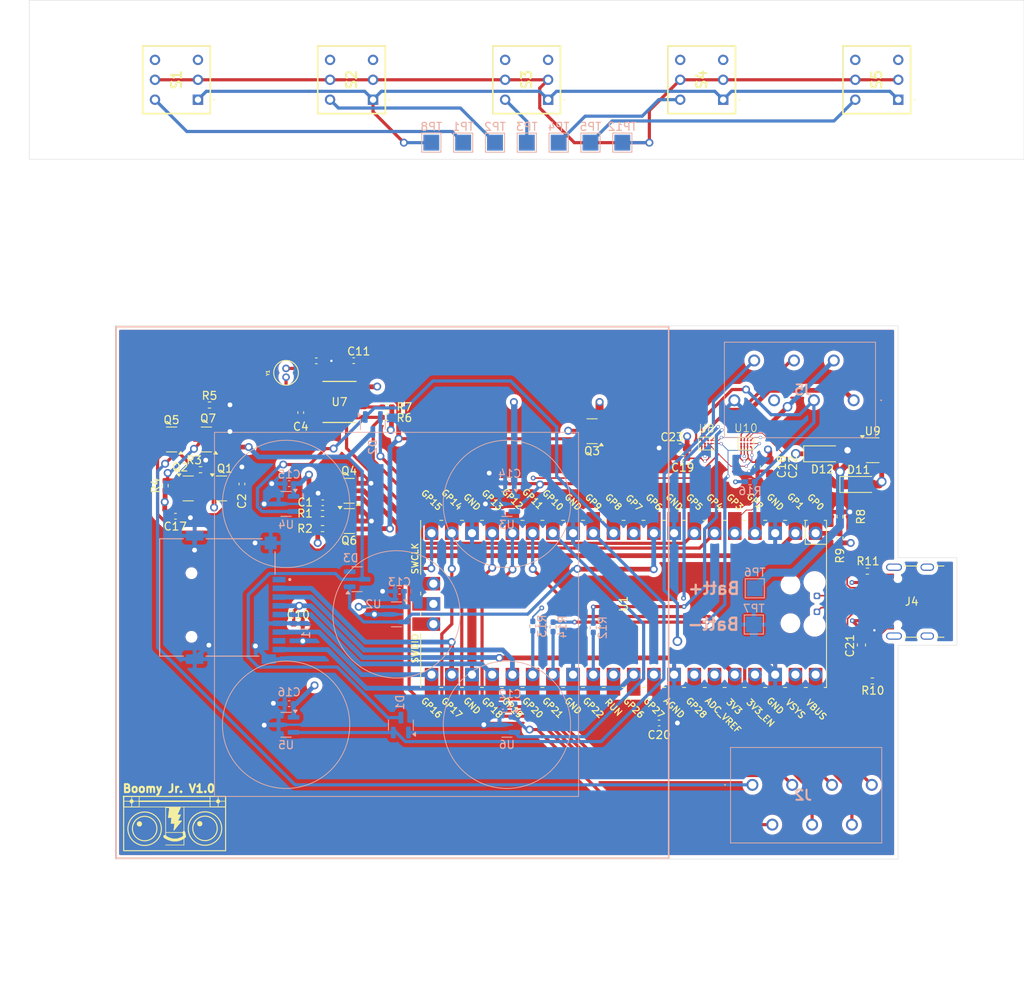
<source format=kicad_pcb>
(kicad_pcb (version 20240108) (generator "pcbnew") (generator_version "8.0")
  (layers (0 "F.Cu" signal) (1 "In1.Cu" signal) (2 "In2.Cu" signal) (31 "B.Cu" signal) (34 "B.Paste" user) (35 "F.Paste" user) (36 "B.SilkS" user "B.Silkscreen") (37 "F.SilkS" user "F.Silkscreen") (38 "B.Mask" user) (39 "F.Mask" user) (44 "Edge.Cuts" user))
  (net 0 "")
  (net 1 "GND")
  (net 2 "/Power/~{POWER_OFF}")
  (net 3 "Net-(Q1-D)")
  (net 4 "Net-(U7-X1)")
  (net 5 "Net-(U7-X2)")
  (net 6 "Net-(J1-VDD)")
  (net 7 "SLP_PWR")
  (net 8 "VCC")
  (net 9 "/Audio/VOL")
  (net 10 "/Power/POWER IN")
  (net 11 "Net-(D1A-K)")
  (net 12 "/Power/MAG_SENSOR4")
  (net 13 "/Power/MAG_SENSOR3")
  (net 14 "/Power/MAG_SENSOR1")
  (net 15 "/Power/MAG_SENSOR2")
  (net 16 "/Power/MAG_SENSOR0")
  (net 18 "Net-(D12-A)")
  (net 19 "Net-(J1-CMD)")
  (net 20 "Net-(J1-DAT0)")
  (net 23 "Net-(J1-DAT3{slash}CD)")
  (net 24 "Net-(J1-CLK)")
  (net 26 "Net-(J4-CC1)")
  (net 27 "/USB_DN")
  (net 28 "Net-(J4-CC2)")
  (net 30 "/USB_DP")
  (net 31 "Net-(Q2-G)")
  (net 32 "/Power/CLOCK_ALARM")
  (net 33 "Net-(U1-GPIO5)")
  (net 34 "Net-(U1-GPIO4)")
  (net 35 "/USB_PWR_DET")
  (net 36 "Net-(U10-DAI0)")
  (net 37 "/Audio/I2S_LRCLK")
  (net 38 "Net-(U10-DAI1)")
  (net 39 "/Audio/I2S_DOUT")
  (net 40 "/Audio/I2S_BCLK")
  (net 41 "Net-(U10-DAI2)")
  (net 42 "/Audio/~{HEADPHONE_DETECT}")
  (net 43 "/Audio/SPEAKER_EN")
  (net 50 "Net-(J1-DET)")
  (net 54 "/Audio/HEADPHONE_EN")
  (net 65 "BTN_PWR")
  (net 66 "Net-(J2-Pin_5)")
  (net 67 "Net-(J2-Pin_6)")
  (net 68 "/Power/BTN_LATCH")
  (net 69 "Net-(J2-Pin_7)")
  (net 70 "Net-(J2-Pin_4)")
  (net 71 "Net-(J2-Pin_3)")
  (net 72 "Net-(S1-NC_2)")
  (net 73 "Net-(S2-NC_2)")
  (net 74 "Net-(S3-NC_2)")
  (net 75 "Net-(S4-NC_2)")
  (net 76 "Net-(S5-NC_2)")
  (net 77 "Net-(J5-Pin_4)")
  (net 78 "Net-(J5-Pin_1)")
  (net 79 "Net-(J5-Pin_2)")
  (net 90 "Net-(S1-NC_1)")
  (footprint "Resistor_SMD:R_0402_1005Metric_Pad0.72x0.64mm_HandSolder" (layer "F.Cu") (at 198.425 111.95)
    (property "Reference" "R10")
    (property "Value" "5.1k" (hide yes))
  )
  (footprint "Capacitor_SMD:C_0402_1005Metric_Pad0.74x0.62mm_HandSolder" (layer "F.Cu") (at 174.58375 83.9675 180)
    (property "Reference" "C19")
    (property "Value" "0.1uF" (hide yes))
  )
  (footprint "Diode_SMD:D_SOD-123" (layer "F.Cu") (at 192.15 83.4)
    (property "Reference" "D12")
    (property "Value" "D_Schottky" (hide yes))
  )
  (footprint "MountingHole:MountingHole_3.2mm_M3" (layer "F.Cu") (at 98.975 36.4)
    (property "Reference" "REF**" (hide yes))
    (property "Value" "MountingHole_3.2mm_M3" (hide yes))
  )
  (footprint "Resistor_SMD:R_0402_1005Metric_Pad0.72x0.64mm_HandSolder" (layer "F.Cu") (at 194.35 91.3 -90)
    (property "Reference" "R8")
    (property "Value" "10k" (hide yes))
  )
  (footprint "Package_TO_SOT_SMD:SOT-23-5" (layer "F.Cu") (at 198.4625 82.95)
    (property "Reference" "U9")
    (property "Value" "MCP73811T-420I-OT" (hide yes))
  )
  (footprint "Capacitor_SMD:C_0402_1005Metric_Pad0.74x0.62mm_HandSolder" (layer "F.Cu") (at 133.25 71.7 180)
    (property "Reference" "C11")
    (property "Value" "0.1uF" (hide yes))
  )
  (footprint "Resistor_SMD:R_0402_1005Metric_Pad0.72x0.64mm_HandSolder" (layer "F.Cu") (at 129.3275 92.8)
    (property "Reference" "R2")
    (property "Value" "3.3M" (hide yes))
  )
  (footprint "Capacitor_SMD:C_0603_1608Metric_Pad1.08x0.95mm_HandSolder" (layer "F.Cu") (at 174.28375 82.6675 180)
    (property "Reference" "C23")
    (property "Value" "10uF" (hide yes))
  )
  (footprint "Capacitor_SMD:C_0402_1005Metric_Pad0.74x0.62mm_HandSolder" (layer "F.Cu") (at 126.5944 78.22 90)
    (property "Reference" "C4")
    (property "Value" "6pF" (hide yes))
  )
  (footprint "boombox:CUI_UJ20-C-H-C-4-SMT-TR" (layer "F.Cu") (at 204.315 101.975 90)
    (property "Reference" "J4")
    (property "Value" "USB_C_Receptacle_USB2.0_16P" (hide yes))
  )
  (footprint "Capacitor_SMD:C_0603_1608Metric_Pad1.08x0.95mm_HandSolder" (layer "F.Cu") (at 185.53375 85.0675 -90)
    (property "Reference" "C22")
    (property "Value" "10uF" (hide yes))
  )
  (footprint "Package_TO_SOT_SMD:SOT-23" (layer "F.Cu") (at 114.7375 81.6 180)
    (property "Reference" "Q7")
    (property "Value" "~" (hide yes))
  )
  (footprint "Package_TO_SOT_SMD:SOT-23" (layer "F.Cu") (at 163.2 80.5625 180)
    (property "Reference" "Q3")
    (property "Value" "~" (hide yes))
  )
  (footprint "Capacitor_SMD:C_0402_1005Metric_Pad0.74x0.62mm_HandSolder" (layer "F.Cu") (at 128.5444 71.72 180)
    (property "Reference" "C3" (hide yes))
    (property "Value" "6pF" (hide yes))
  )
  (footprint "Package_TO_SOT_SMD:SOT-23" (layer "F.Cu") (at 110.3625 81.6 180)
    (property "Reference" "Q5")
    (property "Value" "~" (hide yes))
  )
  (footprint "Resistor_SMD:R_0402_1005Metric_Pad0.72x0.64mm_HandSolder" (layer "F.Cu") (at 113.9975 85.4)
    (property "Reference" "R3")
    (property "Value" "1M" (hide yes))
  )
  (footprint "Resistor_SMD:R_0402_1005Metric_Pad0.72x0.64mm_HandSolder" (layer "F.Cu") (at 129.3275 90.9)
    (property "Reference" "R1")
    (property "Value" "3.3M" (hide yes))
  )
  (footprint "Package_TO_SOT_SMD:SOT-23" (layer "F.Cu") (at 132.6875 91.85)
    (property "Reference" "Q6")
    (property "Value" "~" (hide yes))
  )
  (footprint "MountingHole:MountingHole_3.2mm_M3" (layer "F.Cu") (at 210.975 36.4)
    (property "Reference" "REF**" (hide yes))
    (property "Value" "MountingHole_3.2mm_M3" (hide yes))
  )
  (footprint "boombox:RPi_Pico_SMD_TH" (layer "F.Cu") (at 167.16 102.26 -90)
    (property "Reference" "U1")
    (property "Value" "Pico")
  )
  (footprint "boombox:TL2202OAYA" (layer "F.Cu") (at 132.975 36.4 90)
    (property "Reference" "S2")
    (property "Value" "TL2202OAYA" (hide yes))
  )
  (footprint "Resistor_SMD:R_0402_1005Metric_Pad0.72x0.64mm_HandSolder" (layer "F.Cu") (at 109.55 87.4 90)
    (property "Reference" "R4")
    (property "Value" "1M" (hide yes))
  )
  (footprint "boombox:TL2202OAYA" (layer "F.Cu") (at 154.975 36.4 90)
    (property "Reference" "S3")
    (property "Value" "TL2202OAYA" (hide yes))
  )
  (footprint "Capacitor_SMD:C_0402_1005Metric_Pad0.74x0.62mm_HandSolder" (layer "F.Cu") (at 171.625 117.225)
    (property "Reference" "C20")
    (property "Value" "0.1uF" (hide yes))
  )
  (footprint "Capacitor_SMD:C_0402_1005Metric_Pad0.74x0.62mm_HandSolder" (layer "F.Cu") (at 110.85 91.25)
    (property "Reference" "C17")
    (property "Value" "0.1uF" (hide yes))
  )
  (footprint "boombox:SOIC8-N_MC_MCH" (layer "F.Cu") (at 131.4622 76.885)
    (property "Reference" "U7")
    (property "Value" "MCP7940MT-I/SN" (hide yes))
  )
  (footprint "Capacitor_SMD:C_0402_1005Metric_Pad0.74x0.62mm_HandSolder" (layer "F.Cu") (at 119.2 87.2 90)
    (property "Reference" "C2")
    (property "Value" "1nF" (hide yes))
  )
  (footprint "Capacitor_SMD:C_0402_1005Metric_Pad0.74x0.62mm_HandSolder" (layer "F.Cu") (at 126.275 104.8)
    (property "Reference" "C10")
    (property "Value" "0.1uF" (hide yes))
  )
  (footprint "Package_TO_SOT_SMD:SOT-23" (layer "F.Cu") (at 112.45 87.75)
    (property "Reference" "Q2")
    (property "Value" "~" (hide yes))
  )
  (footprint "Diode_SMD:D_SOD-123" (layer "F.Cu") (at 196.7 87.25)
    (property "Reference" "D11" (hide yes))
    (property "Value" "D_Schottky" (hide yes))
  )
  (footprint "Capacitor_SMD:C_0402_1005Metric_Pad0.74x0.62mm_HandSolder" (layer "F.Cu") (at 183.98375 85.0175 -90)
    (property "Reference" "C18")
    (property "Value" "0.1uF" (hide yes))
  )
  (footprint "Resistor_SMD:R_0402_1005Metric_Pad0.72x0.64mm_HandSolder" (layer "F.Cu") (at 137.3944 78.82 180)
    (property "Reference" "R6")
    (property "Value" "10k" (hide yes))
  )
  (footprint "Resistor_SMD:R_0402_1005Metric_Pad0.72x0.64mm_HandSolder" (layer "F.Cu") (at 137.4444 77.52 180)
    (property "Reference" "R7")
    (property "Value" "10k" (hide yes))
  )
  (footprint "boombox:TL2202OAYA" (layer "F.Cu") (at 110.975 36.4 90)
    (property "Reference" "S1")
    (property "Value" "TL2202OAYA" (hide yes))
  )
  (footprint "boombox:MAX98365" (layer "F.Cu") (at 182.52375 82.3075)
    (property "Reference" "U10")
    (property "Value" "MAX98365A" (hide yes))
  )
  (footprint "Capacitor_SMD:C_0603_1608Metric_Pad1.08x0.95mm_HandSolder" (layer "F.Cu") (at 197.05 107.425 -90)
    (property "Reference" "C21")
    (property "Value" "10uF" (hide yes))
  )
  (footprint "Capacitor_SMD:C_0402_1005Metric_Pad0.74x0.62mm_HandSolder" (layer "F.Cu") (at 129.3575 89.55 180)
    (property "Reference" "C1")
    (property "Value" "6pF" (hide yes))
  )
  (footprint "Resistor_SMD:R_0402_1005Metric_Pad0.72x0.64mm_HandSolder" (layer "F.Cu") (at 194.35 93.9975 -90)
    (property "Reference" "R9")
    (property "Value" "10k" (hide yes))
  )
  (footprint "boombox:XTAL_ECS-.327-6-13X" (layer "F.Cu") (at 124.7444 73.22 90)
    (property "Reference" "Y1")
    (property "Value" "Crystal")
  )
  (footprint "Package_TO_SOT_SMD:SOT-23" (layer "F.Cu") (at 132.6625 88.05 180)
    (property "Reference" "Q4")
    (property "Value" "~" (hide yes))
  )
  (footprint "boombox:TL2202OAYA" (layer "F.Cu") (at 198.975 36.4 90)
    (property "Reference" "S5")
    (property "Value" "TL2202OAYA" (hide yes))
  )
  (footprint "boombox:TL2202OAYA" (layer "F.Cu") (at 176.975 36.4 90)
    (property "Reference" "S4")
    (property "Value" "TL2202OAYA" (hide yes))
  )
  (footprint "boombox:MAX98365" (layer "F.Cu") (at 177.57375 82.3075)
    (property "Reference" "U8")
    (property "Value" "MAX98365A" (hide yes))
  )
  (footprint "Resistor_SMD:R_0402_1005Metric_Pad0.72x0.64mm_HandSolder" (layer "F.Cu") (at 197.8 98.15)
    (property "Reference" "R11")
    (property "Value" "5.1k" (hide yes))
  )
  (footprint "Package_TO_SOT_SMD:SOT-23" (layer "F.Cu") (at 116.6375 87.75)
    (property "Reference" "Q1")
    (property "Value" "~" (hide yes))
  )
  (footprint "Resistor_SMD:R_0402_1005Metric_Pad0.72x0.64mm_HandSolder" (layer "F.Cu") (at 115.125 77.275)
    (property "Reference" "R5")
    (property "Value" "1M" (hide yes))
  )
  (footprint "Resistor_SMD:R_0402_1005Metric_Pad0.72x0.64mm_HandSolder" (layer "B.Cu") (at 158.3 105.15 90)
    (property "Reference" "R14")
    (property "Value" "0" (hide yes))
  )
  (footprint "Resistor_SMD:R_0402_1005Metric_Pad0.72x0.64mm_HandSolder" (layer "B.Cu") (at 183.05 86.9)
    (property "Reference" "R16")
    (property "Value" "1M" (hide yes))
  )
  (footprint "Capacitor_SMD:C_0402_1005Metric_Pad0.74x0.62mm_HandSolder" (layer "B.Cu") (at 152.8825 114.8375 180)
    (property "Reference" "C12")
    (property "Value" "0.1uF" (hide yes))
  )
  (footprint "Package_TO_SOT_SMD:SOT-23" (layer "B.Cu") (at 135.65 79.7125 -90)
    (property "Reference" "D2")
    (property "Value" "D_Dual_CommonCathode_AAK_Split" (hide yes))
  )
  (footprint "boombox:TestPoint_Pad_2.0x2.0mm" (layer "B.Cu") (at 151 44.3 180)
    (property "Reference" "TP2")
    (property "Value" "TestPoint_Small" (hide yes))
  )
  (footprint "Package_TO_SOT_SMD:SOT-23" (layer "B.Cu") (at 133.675 99.1625)
    (property "Reference" "D3")
    (property "Value" "D_Dual_CommonCathode_AAK_Split" (hide yes))
  )
  (footprint "Resistor_SMD:R_0402_1005Metric_Pad0.72x0.64mm_HandSolder" (layer "B.Cu") (at 163.35 105.2525 90)
    (property "Reference" "R12")
    (property "Value" "0" (hide yes))
  )
  (footprint "Capacitor_SMD:C_0402_1005Metric_Pad0.74x0.62mm_HandSolder" (layer "B.Cu") (at 139 100.675 180)
    (property "Reference" "C13")
    (property "Value" "0.1uF" (hide yes))
  )
  (footprint "boombox:TestPoint_Pad_2.0x2.0mm" (layer "B.Cu") (at 167 44.3 180)
    (property "Reference" "TP12")
    (property "Value" "TestPoint_Small" (hide yes))
  )
  (footprint "Package_TO_SOT_SMD:SOT-23" (layer "B.Cu") (at 124.75 117.45 180)
    (property "Reference" "U5")
    (property "Value" "TMAG5231" (hide yes))
  )
  (footprint "boombox:CUI_MSD-4-A" (layer "B.Cu") (at 116.1125 101.45 90)
    (property "Reference" "J1")
    (property "Value" "Micro_SD_Card_Det1" (hide yes))
  )
  (footprint "boombox:1990054" (layer "B.Cu") (at 196.075 76.675 180)
    (property "Reference" "J5")
    (property "Value" "Screw_Terminal_01x07" (hide yes))
  )
  (footprint "boombox:TestPoint_Pad_2.0x2.0mm" (layer "B.Cu") (at 183.525 104.85 180)
    (property "Reference" "TP7")
    (property "Value" "TestPoint_Small" (hide yes))
  )
  (footprint "Package_TO_SOT_SMD:SOT-23" (layer "B.Cu") (at 138.625 103.575 180)
    (property "Reference" "U2")
    (property "Value" "TMAG5231" (hide yes))
  )
  (footprint "Package_TO_SOT_SMD:SOT-23" (layer "B.Cu") (at 152.5 89.7 180)
    (property "Reference" "U3")
    (property "Value" "TMAG5231" (hide yes))
  )
  (footprint "boombox:TestPoint_Pad_2.0x2.0mm" (layer "B.Cu") (at 163 44.3 180)
    (property "Reference" "TP5")
    (property "Value" "TestPoint_Small" (hide yes))
  )
  (footprint "Capacitor_SMD:C_0402_1005Metric_Pad0.74x0.62mm_HandSolder" (layer "B.Cu") (at 125.1325 87.15 180)
    (property "Reference" "C15")
    (property "Value" "0.1uF" (hide yes))
  )
  (footprint "boombox:TestPoint_Pad_2.0x2.0mm" (layer "B.Cu") (at 183.65 100.3 180)
    (property "Reference" "TP6")
    (property "Value" "TestPoint_Small" (hide yes))
  )
  (footprint "Capacitor_SMD:C_0402_1005Metric_Pad0.74x0.62mm_HandSolder" (layer "B.Cu") (at 152.85 87.05 180)
    (property "Reference" "C14")
    (property "Value" "0.1uF" (hide yes))
  )
  (footprint "Resistor_SMD:R_0402_1005Metric_Pad0.72x0.64mm_HandSolder" (layer "B.Cu") (at 155.75 105.05 90)
    (property "Reference" "R13")
    (property "Value" "0" (hide yes))
  )
  (footprint "boombox:TestPoint_Pad_2.0x2.0mm" (layer "B.Cu") (at 147 44.3 180)
    (property "Reference" "TP1")
    (property "Value" "TestPoint_Small" (hide yes))
  )
  (footprint "boombox:TestPoint_Pad_2.0x2.0mm" (layer "B.Cu") (at 159 44.3 180)
    (property "Reference" "TP4")
    (property "Value" "TestPoint_Small" (hide yes))
  )
  (footprint "Package_TO_SOT_SMD:SOT-23" (layer "B.Cu") (at 139.175 117.4875 90)
    (property "Reference" "D1")
    (property "Value" "D_Dual_CommonCathode_AAK_Split" (hide yes))
  )
  (footprint "boombox:TestPoint_Pad_2.0x2.0mm" (layer "B.Cu") (at 143 44.3 180)
    (property "Reference" "TP8")
    (property "Value" "TestPoint_Small" (hide yes))
  )
  (footprint "boombox:TestPoint_Pad_2.0x2.0mm" (layer "B.Cu") (at 155 44.3 180)
    (property "Reference" "TP3")
    (property "Value" "TestPoint_Small" (hide yes))
  )
  (footprint "Package_TO_SOT_SMD:SOT-23" (layer "B.Cu") (at 152.5 117.45 180)
    (property "Reference" "U6")
    (property "Value" "TMAG5231" (hide yes))
  )
  (footprint "boombox:1990054" (layer "B.Cu") (at 183.35 125)
    (property "Reference" "J2")
    (property "Value" "Screw_Terminal_01x07" (hide yes))
  )
  (footprint "Package_TO_SOT_SMD:SOT-23" (layer "B.Cu") (at 124.75 89.7 180)
    (property "Reference" "U4")
    (property "Value" "TMAG5231" (hide yes))
  )
  (footprint "Capacitor_SMD:C_0402_1005Metric_Pad0.74x0.62mm_HandSolder" (layer "B.Cu") (at 125.1325 114.8 180)
    (property "Reference" "C16")
    (property "Value" "0.1uF" (hide yes))
  )
  (gr_rect (start 115.75 80.7) (end 161.5 126.45) (stroke (width 0.1)) (fill none) (layer "B.SilkS"))
  (gr_circle (center 124.75 89.7) (end 132.75 89.7) (stroke (width 0.1)) (fill none) (layer "B.SilkS"))
  (gr_circle (center 138.625 103.575) (end 146.625 103.575) (stroke (width 0.1)) (fill none) (layer "B.SilkS"))
  (gr_circle (center 152.5 117.45) (end 160.5 117.45) (stroke (width 0.1)) (fill none) (layer "B.SilkS"))
  (gr_circle (center 124.75 117.45) (end 132.75 117.45) (stroke (width 0.1)) (fill none) (layer "B.SilkS"))
  (gr_rect (start 103.375 67.425) (end 172.825 134.225) (stroke (width 0.2)) (fill none) (layer "B.SilkS"))
  (gr_circle (center 152.5 89.7) (end 160.5 89.7) (stroke (width 0.1)) (fill none) (layer "B.SilkS"))
  (gr_line (start 109.619391 131.596388) (end 109.950205 131.756144) (stroke (width 0.343958)) (layer "F.SilkS"))
  (gr_line (start 109.497401 131.487477) (end 109.552192 131.52927) (stroke (width 0.343958)) (layer "F.SilkS"))
  (gr_poly (pts (xy 117.158066 127.761501) (xy 115.198214 127.761501) (xy 115.198214 126.45466) (xy 117.158066 126.45466)) (stroke (width 0.097543)) (fill none) (layer "F.SilkS"))
  (gr_line (start 116.217781 126.459207) (end 116.217781 127.758598) (stroke (width 0.088767)) (layer "F.SilkS"))
  (gr_line (start 110.022903 131.787022) (end 110.1 131.816594) (stroke (width 0.343958)) (layer "F.SilkS"))
  (gr_poly (pts (xy 106.291046 127.763191) (xy 104.331195 127.763191) (xy 104.331195 126.45635) (xy 106.291046 126.45635)) (stroke (width 0.097543)) (fill none) (layer "F.SilkS"))
  (gr_line (start 111.407059 131.827509) (end 111.523699 131.780026) (stroke (width 0.343958)) (layer "F.SilkS"))
  (gr_line (start 109.963795 129.081913) (end 110.126329 127.856408) (stroke (width 0.079374)) (layer "F.SilkS"))
  (gr_line (start 109.619391 127.856408) (end 109.619391 131.596388) (stroke (width 0.088767)) (layer "F.SilkS"))
  (gr_poly (pts (xy 114.665005 128.390805) (xy 114.771814 128.398926) (xy 114.877069 128.412301) (xy 114.980639 128.430797) (xy 115.082393 128.454282) (xy 115.182196 128.482623) (xy 115.279919 128.515688) (xy 115.375427 128.553346) (xy 115.46859 128.595464) (xy 115.559275 128.64191) (xy 115.647349 128.692552) (xy 115.732682 128.747257) (xy 115.81514 128.805894) (xy 115.894591 128.868331) (xy 115.970904 128.934435) (xy 116.043946 129.004074) (xy 116.113585 129.077116) (xy 116.179689 129.153429) (xy 116.242126 129.23288) (xy 116.300763 129.315338) (xy 116.355468 129.400671) (xy 116.40611 129.488745) (xy 116.452556 129.57943) (xy 116.494674 129.672593) (xy 116.532332 129.768101) (xy 116.565397 129.865824) (xy 116.593739 129.965627) (xy 116.617223 130.06738) (xy 116.635719 130.170951) (xy 116.649094 130.276206) (xy 116.657215 130.383015) (xy 116.659952 130.491244) (xy 116.657215 130.599473) (xy 116.649094 130.706281) (xy 116.635719 130.811537) (xy 116.617223 130.915107) (xy 116.593739 131.01686) (xy 116.565397 131.116664) (xy 116.532332 131.214386) (xy 116.494674 131.309895) (xy 116.452556 131.403057) (xy 116.40611 131.493742) (xy 116.355468 131.581817) (xy 116.300763 131.667149) (xy 116.242126 131.749607) (xy 116.179689 131.829059) (xy 116.113585 131.905372) (xy 116.043946 131.978414) (xy 115.970904 132.048053) (xy 115.894591 132.114156) (xy 115.81514 132.176593) (xy 115.732682 132.23523) (xy 115.647349 132.289936) (xy 115.559275 132.340578) (xy 115.46859 132.387024) (xy 115.375427 132.429142) (xy 115.279919 132.466799) (xy 115.182196 132.499865) (xy 115.082393 132.528206) (xy 114.980639 132.55169) (xy 114.877069 132.570186) (xy 114.771814 132.583561) (xy 114.665005 132.591683) (xy 114.556776 132.594419) (xy 114.448547 132.591683) (xy 114.341739 132.583561) (xy 114.236483 132.570186) (xy 114.132913 132.55169) (xy 114.03116 132.528206) (xy 113.931356 132.499865) (xy 113.833634 132.466799) (xy 113.738125 132.429142) (xy 113.644962 132.387024) (xy 113.554278 132.340578) (xy 113.466203 132.289936) (xy 113.380871 132.23523) (xy 113.298413 132.176593) (xy 113.218961 132.114156) (xy 113.142648 132.048053) (xy 113.069606 131.978414) (xy 112.999967 131.905372) (xy 112.933864 131.829059) (xy 112.871427 131.749607) (xy 112.81279 131.667149) (xy 112.758084 131.581817) (xy 112.707443 131.493742) (xy 112.660997 131.403057) (xy 112.618879 131.309895) (xy 112.581221 131.214386) (xy 112.548155 131.116664) (xy 112.519814 131.01686) (xy 112.49633 130.915107) (xy 112.477834 130.811537) (xy 112.464459 130.706281) (xy 112.456337 130.599473) (xy 112.453601 130.491244) (xy 112.456337 130.383015) (xy 112.464459 130.276206) (xy 112.477834 130.170951) (xy 112.49633 130.06738) (xy 112.519814 129.965627) (xy 112.548155 129.865824) (xy 112.581221 129.768101) (xy 112.618879 129.672593) (xy 112.660997 129.57943) (xy 112.707443 129.488745) (xy 112.758084 129.400671) (xy 112.81279 129.315338) (xy 112.871427 129.23288) (xy 112.933864 129.153429) (xy 112.999967 129.077116) (xy 113.069606 129.004074) (xy 113.142648 128.934435) (xy 113.218961 128.868331) (xy 113.298413 128.805894) (xy 113.380871 128.747257) (xy 113.466203 128.692552) (xy 113.554278 128.64191) (xy 113.644962 128.595464) (xy 113.738125 128.553346) (xy 113.833634 128.515688) (xy 113.931356 128.482623) (xy 114.03116 128.454282) (xy 114.132913 128.430797) (xy 114.236483 128.412301) (xy 114.341739 128.398926) (xy 114.448547 128.390805) (xy 114.556776 128.388068)) (stroke (width 0.132291)) (fill none) (layer "F.SilkS"))
  (gr_line (start 111.463982 127.856408) (end 111.041232 128.784476) (stroke (width 0.079374)) (layer "F.SilkS"))
  (gr_line (start 111.066737 131.917344) (end 111.178368 131.895608) (stroke (width 0.343958)) (layer "F.SilkS"))
  (gr_line (start 111.760519 131.655394) (end 111.880278 131.577126) (stroke (width 0.343958)) (layer "F.SilkS"))
  (gr_line (start 109.619391 127.78913) (end 110.126329 127.856408) (stroke (width 0.088767)) (layer "F.SilkS"))
  (gr_poly (pts (xy 117.149219 133.275) (xy 104.338946 133.275) (xy 104.338946 126.446667) (xy 117.149219 126.446667)) (stroke (width 0.132291)) (fill none) (layer "F.SilkS"))
  (gr_line (start 111.041232 128.784476) (end 111.465285 128.784476) (stroke (width 0.079374)) (layer "F.SilkS"))
  (gr_line (start 109.950205 131.756144) (end 110.022903 131.787022) (stroke (width 0.343958)) (layer "F.SilkS"))
  (gr_line (start 111.178368 131.895608) (end 111.291878 131.86585) (stroke (width 0.343958)) (layer "F.SilkS"))
  (gr_line (start 111.291878 131.86585) (end 111.407059 131.827509) (stroke (width 0.343958)) (layer "F.SilkS"))
  (gr_line (start 111.465285 128.784476) (end 111.122339 129.528882) (stroke (width 0.079374)) (layer "F.SilkS"))
  (gr_line (start 106.78805 127.056125) (end 114.742238 127.056125) (stroke (width 0.185208)) (layer "F.SilkS"))
  (gr_line (start 110.311294 129.813315) (end 110.397537 129.081913) (stroke (width 0.079374)) (layer "F.SilkS"))
  (gr_line (start 111.122339 129.528882) (end 111.602487 129.528882) (stroke (width 0.079374)) (layer "F.SilkS"))
  (gr_poly (pts (xy 114.639167 128.936841) (xy 114.717157 128.942771) (xy 114.794014 128.952537) (xy 114.869641 128.966043) (xy 114.94394 128.983191) (xy 115.016817 129.003886) (xy 115.088173 129.02803) (xy 115.157913 129.055527) (xy 115.22594 129.086282) (xy 115.292157 129.120196) (xy 115.356469 129.157175) (xy 115.418778 129.19712) (xy 115.478988 129.239937) (xy 115.537003 129.285528) (xy 115.592727 129.333796) (xy 115.646061 129.384646) (xy 115.696911 129.437981) (xy 115.74518 129.493704) (xy 115.790771 129.551719) (xy 115.833587 129.61193) (xy 115.873533 129.674239) (xy 115.910511 129.73855) (xy 115.944426 129.804768) (xy 115.97518 129.872795) (xy 116.002678 129.942535) (xy 116.026822 130.013891) (xy 116.047516 130.086767) (xy 116.064665 130.161067) (xy 116.07817 130.236693) (xy 116.087936 130.31355) (xy 116.093867 130.391541) (xy 116.095865 130.470569) (xy 116.093867 130.549598) (xy 116.087936 130.627588) (xy 116.07817 130.704445) (xy 116.064665 130.780072) (xy 116.047516 130.854371) (xy 116.026822 130.927247) (xy 116.002678 130.998604) (xy 115.97518 131.068343) (xy 115.944426 131.13637) (xy 115.910511 131.202588) (xy 115.873533 131.266899) (xy 115.833587 131.329209) (xy 115.790771 131.389419) (xy 115.74518 131.447434) (xy 115.696911 131.503157) (xy 115.646061 131.556492) (xy 115.592727 131.607342) (xy 115.537003 131.655611) (xy 115.478988 131.701201) (xy 115.418778 131.744018) (xy 115.356469 131.783964) (xy 115.292157 131.820942) (xy 115.22594 131.854857) (xy 115.157913 131.885611) (xy 115.088173 131.913108) (xy 115.016817 131.937253) (xy 114.94394 131.957947) (xy 114.869641 131.975095) (xy 114.794014 131.988601) (xy 114.717157 131.998367) (xy 114.639167 132.004297) (xy 114.560138 132.006296) (xy 114.48111 132.004297) (xy 114.403119 131.998367) (xy 114.326262 131.988601) (xy 114.250636 131.975095) (xy 114.176336 131.957947) (xy 114.10346 131.937253) (xy 114.032104 131.913108) (xy 113.962364 131.885611) (xy 113.894337 131.854857) (xy 113.828119 131.820942) (xy 113.763808 131.783964) (xy 113.701499 131.744018) (xy 113.641288 131.701201) (xy 113.583273 131.655611) (xy 113.52755 131.607342) (xy 113.474215 131.556492) (xy 113.423365 131.503157) (xy 113.375097 131.447434) (xy 113.329506 131.389419) (xy 113.286689 131.329209) (xy 113.246744 131.266899) (xy 113.209765 131.202588) (xy 113.175851 131.13637) (xy 113.145096 131.068343) (xy 113.117599 130.998604) (xy 113.093455 130.927247) (xy 113.07276 130.854371) (xy 113.055612 130.780072) (xy 113.042106 130.704445) (xy 113.03234 130.627588) (xy 113.02641 130.549598) (xy 113.024411 130.470569) (xy 113.02641 130.391541) (xy 113.03234 130.31355) (xy 113.042106 130.236693) (xy 113.055612 130.161067) (xy 113.07276 130.086767) (xy 113.093455 130.013891) (xy 113.117599 129.942535) (xy 113.145096 129.872795) (xy 113.175851 129.804768) (xy 113.209765 129.73855) (xy 113.246744 129.674239) (xy 113.286689 129.61193) (xy 113.329506 129.551719) (xy 113.375097 129.493704) (xy 113.423365 129.437981) (xy 113.474215 129.384646) (xy 113.52755 129.333796) (xy 113.583273 129.285528) (xy 113.641288 129.239937) (xy 113.701499 129.19712) (xy 113.763808 129.157175) (xy 113.828119 129.120196) (xy 113.894337 129.086282) (xy 113.962364 129.055527) (xy 114.032104 129.02803) (xy 114.10346 129.003886) (xy 114.176336 128.983191) (xy 114.250636 128.966043) (xy 114.326262 128.952537) (xy 114.403119 128.942771) (xy 114.48111 128.936841) (xy 114.560138 128.934842)) (stroke (width 0.132291)) (fill none) (layer "F.SilkS"))
  (gr_poly (pts (xy 107.083875 128.411921) (xy 107.190684 128.420043) (xy 107.295939 128.433418) (xy 107.399509 128.451913) (xy 107.501262 128.475398) (xy 107.601066 128.503739) (xy 107.698788 128.536804) (xy 107.794297 128.574462) (xy 107.88746 128.61658) (xy 107.978145 128.663026) (xy 108.066219 128.713668) (xy 108.151552 128.768374) (xy 108.23401 128.827011) (xy 108.313461 128.889447) (xy 108.389774 128.955551) (xy 108.462816 129.02519) (xy 108.532455 129.098232) (xy 108.598559 129.174545) (xy 108.660995 129.253996) (xy 108.719633 129.336454) (xy 108.774338 129.421787) (xy 108.82498 129.509861) (xy 108.871426 129.600546) (xy 108.913544 129.693709) (xy 108.951202 129.789218) (xy 108.984267 129.88694) (xy 109.012608 129.986744) (xy 109.036093 130.088497) (xy 109.054589 130.192067) (xy 109.067963 130.297322) (xy 109.076085 130.404131) (xy 109.078822 130.51236) (xy 109.076085 130.620589) (xy 109.067963 130.727398) (xy 109.054589 130.832653) (xy 109.036093 130.936223) (xy 109.012608 131.037976) (xy 108.984267 131.13778) (xy 108.951202 131.235502) (xy 108.913544 131.331011) (xy 108.871426 131.424174) (xy 108.82498 131.514859) (xy 108.774338 131.602933) (xy 108.719633 131.688266) (xy 108.660995 131.770724) (xy 108.598559 131.850175) (xy 108.532455 131.926488) (xy 108.462816 131.99953) (xy 108.389774 132.069169) (xy 108.313461 132.135273) (xy 108.23401 132.197709) (xy 108.151552 132.256346) (xy 108.066219 132.311052) (xy 107.978145 132.361694) (xy 107.88746 132.40814) (xy 107.794297 132.450258) (xy 107.698788 132.487916) (xy 107.601066 132.520981) (xy 107.501262 132.549322) (xy 107.399509 132.572807) (xy 107.295939 132.591302) (xy 107.190684 132.604677) (xy 107.083875 132.612799) (xy 106.975646 132.615536) (xy 106.867417 132.612799) (xy 106.760608 132.604677) (xy 106.655353 132.591302) (xy 106.551783 132.572807) (xy 106.45003 132.549322) (xy 106.350226 132.520981) (xy 106.252504 132.487916) (xy 106.156995 132.450258) (xy 106.063832 132.40814) (xy 105.973147 132.361694) (xy 105.885073 132.311052) (xy 105.79974 132.256346) (xy 105.717282 132.197709) (xy 105.637831 132.135273) (xy 105.561518 132.069169) (xy 105.488476 131.99953) (xy 105.418837 131.926488) (xy 105.352733 131.850175) (xy 105.290297 131.770724) (xy 105.23166 131.688266) (xy 105.176954 131.602933) (xy 105.126312 131.514859) (xy 105.079866 131.424174) (xy 105.037748 131.331011) (xy 105.00009 131.235502) (xy 104.967025 131.13778) (xy 104.938684 131.037976) (xy 104.915199 130.936223) (xy 104.896704 130.832653) (xy 104.883329 130.727398) (xy 104.875207 130.620589) (xy 104.87247 130.51236) (xy 104.875207 130.404131) (xy 104.883329 130.297322) (xy 104.896704 130.192067) (xy 104.915199 130.088497) (xy 104.938684 129.986744) (xy 104.967025 129.88694) (xy 105.00009 129.789218) (xy 105.037748 129.693709) (xy 105.079866 129.600546) (xy 105.126312 129.509861) (xy 105.176954 129.421787) (xy 105.23166 129.336454) (xy 105.290297 129.253996) (xy 105.352733 129.174545) (xy 105.418837 129.098232) (xy 105.488476 129.02519) (xy 105.561518 128.955551) (xy 105.637831 128.889447) (xy 105.717282 128.827011) (xy 105.79974 128.768374) (xy 105.885073 128.713668) (xy 105.973147 128.663026) (xy 106.063832 128.61658) (xy 106.156995 128.574462) (xy 106.252504 128.536804) (xy 106.350226 128.503739) (xy 106.45003 128.475398) (xy 106.551783 128.451913) (xy 106.655353 128.433418) (xy 106.760608 128.420043) (xy 106.867417 128.411921) (xy 106.975646 128.409184)) (stroke (width 0.132291)) (fill none) (layer "F.SilkS"))
  (gr_line (start 105.350762 126.460897) (end 105.350762 127.760288) (stroke (width 0.088767)) (layer "F.SilkS"))
  (gr_line (start 110.1 131.816594) (end 110.181286 131.8443) (stroke (width 0.343958)) (layer "F.SilkS"))
  (gr_line (start 104.352057 127.057972) (end 106.297922 127.057972) (stroke (width 0.088767)) (layer "F.SilkS"))
  (gr_line (start 110.745221 131.940013) (end 110.849953 131.938987) (stroke (width 0.343958)) (layer "F.SilkS"))
  (gr_line (start 109.707606 131.630766) (end 109.818847 131.692709) (stroke (width 0.343958)) (layer "F.SilkS"))
  (gr_line (start 109.818847 131.692709) (end 109.950205 131.756144) (stroke (width 0.343958)) (layer "F.SilkS"))
  (gr_line (start 110.957195 131.931617) (end 111.066737 131.917344) (stroke (width 0.343958)) (layer "F.SilkS"))
  (gr_line (start 110.654816 130.698059) (end 111.602487 129.528882) (stroke (width 0.079374)) (layer "F.SilkS"))
  (gr_poly (pts (xy 117.142008 127.78005) (xy 104.351849 127.78005) (xy 104.351849 126.471853) (xy 117.142008 126.471853)) (stroke (width 0.088767)) (fill none) (layer "F.SilkS"))
  (gr_line (start 110.643208 131.935255) (end 110.745221 131.940013) (stroke (width 0.343958)) (layer "F.SilkS"))
  (gr_line (start 115.219076 127.056282) (end 117.16494 127.056282) (stroke (width 0.088767)) (layer "F.SilkS"))
  (gr_poly (pts (xy 106.335519 129.631547) (xy 106.349583 129.632616) (xy 106.363443 129.634377) (xy 106.377081 129.636813) (xy 106.39048 129.639905) (xy 106.403622 129.643637) (xy 106.41649 129.647991) (xy 106.429066 129.65295) (xy 106.441334 129.658496) (xy 106.453275 129.664612) (xy 106.464873 129.67128) (xy 106.476109 129.678484) (xy 106.486967 129.686205) (xy 106.497429 129.694427) (xy 106.507478 129.703131) (xy 106.517096 129.712301) (xy 106.526266 129.721919) (xy 106.53497 129.731968) (xy 106.543192 129.74243) (xy 106.550913 129.753288) (xy 106.558116 129.764524) (xy 106.564785 129.776122) (xy 106.570901 129.788063) (xy 106.576447 129.80033) (xy 106.581405 129.812907) (xy 106.585759 129.825775) (xy 106.589491 129.838917) (xy 106.592584 129.852315) (xy 106.595019 129.865953) (xy 106.59678 129.879813) (xy 106.59785 129.893878) (xy 106.59821 129.908129) (xy 106.59785 129.922381) (xy 106.59678 129.936445) (xy 106.595019 129.950305) (xy 106.592584 129.963943) (xy 106.589491 129.977342) (xy 106.585759 129.990484) (xy 106.581405 130.003352) (xy 106.576447 130.015928) (xy 106.570901 130.028196) (xy 106.564785 130.040137) (xy 106.558116 130.051734) (xy 106.550913 130.062971) (xy 106.543192 130.073829) (xy 106.53497 130.084291) (xy 106.526266 130.09434) (xy 106.517096 130.103958) (xy 106.507478 130.113128) (xy 106.497429 130.121832) (xy 106.486967 130.130054) (xy 106.476109 130.137775) (xy 106.464873 130.144978) (xy 106.453275 130.151647) (xy 106.441334 130.157763) (xy 106.429066 130.163309) (xy 106.41649 130.168268) (xy 106.403622 130.172622) (xy 106.39048 130.176353) (xy 106.377081 130.179446) (xy 106.363443 130.181881) (xy 106.349583 130.183642) (xy 106.335519 130.184712) (xy 106.321267 130.185072) (xy 106.307016 130.184712) (xy 106.292952 130.183642) (xy 106.279092 130.181881) (xy 106.265454 130.179446) (xy 106.252055 130.176353) (xy 106.238913 130.172622) (xy 106.226045 130.168268) (xy 106.213469 130.163309) (xy 106.201201 130.157763) (xy 106.18926 130.151647) (xy 106.177662 130.144978) (xy 106.166426 130.137775) (xy 106.155568 130.130054) (xy 106.145106 130.121832) (xy 106.135057 130.113128) (xy 106.125439 130.103958) (xy 106.116269 130.09434) (xy 106.107565 130.084291) (xy 106.099343 130.073829) (xy 106.091622 130.062971) (xy 106.084418 130.051734) (xy 106.07775 130.040137) (xy 106.071634 130.028196) (xy 106.066088 130.015928) (xy 106.061129 130.003352) (xy 106.056775 129.990484) (xy 106.053043 129.977342) (xy 106.049951 129.963943) (xy 106.047516 129.950305) (xy 106.045754 129.936445) (xy 106.044685 129.922381) (xy 106.044325 129.908129) (xy 106.044685 129.893878) (xy 106.045754 129.879813) (xy 106.047516 129.865953) (xy 106.049951 129.852315) (xy 106.053043 129.838917) (xy 106.056775 129.825775) (xy 106.061129 129.812907) (xy 106.066088 129.80033) (xy 106.071634 129.788063) (xy 106.07775 129.776122) (xy 106.084418 129.764524) (xy 106.091622 129.753288) (xy 106.099343 129.74243) (xy 106.107565 129.731968) (xy 106.116269 129.721919) (xy 106.125439 129.712301) (xy 106.135057 129.703131) (xy 106.145106 129.694427) (xy 106.155568 129.686205) (xy 106.166426 129.678484) (xy 106.177662 129.67128) (xy 106.18926 129.664612) (xy 106.201201 129.658496) (xy 106.213469 129.65295) (xy 106.226045 129.647991) (xy 106.238913 129.643637) (xy 106.252055 129.639905) (xy 106.265454 129.636813) (xy 106.279092 129.634377) (xy 106.292952 129.632616) (xy 106.307016 129.631547) (xy 106.321267 129.631186)) (stroke (width 0.101731)) (fill solid) (layer "F.SilkS"))
  (gr_line (start 110.766584 129.813315) (end 110.654816 130.698059) (stroke (width 0.079374)) (layer "F.SilkS"))
  (gr_line (start 110.397537 129.081913) (end 109.963795 129.081913) (stroke (width 0.079374)) (layer "F.SilkS"))
  (gr_line (start 110.849953 131.938987) (end 110.957195 131.931617) (stroke (width 0.343958)) (layer "F.SilkS"))
  (gr_line (start 110.355587 131.891877) (end 110.448181 131.910628) (stroke (width 0.343958)) (layer "F.SilkS"))
  (gr_line (start 110.181286 131.8443) (end 110.266552 131.869581) (stroke (width 0.343958)) (layer "F.SilkS"))
  (gr_poly (pts (xy 111.05771 128.780026) (xy 111.490747 128.780026) (xy 111.126446 129.542995) (xy 111.586977 129.542995) (xy 111.122837 130.113504) (xy 110.803451 130.509209) (xy 110.697992 130.642089) (xy 110.657666 130.696386) (xy 110.758023 129.849558) (xy 110.308488 129.849558) (xy 110.378599 129.107209) (xy 109.957935 129.107209) (xy 110.113278 127.853464) (xy 111.475625 127.853464)) (stroke (width 0.079374)) (fill solid) (layer "F.SilkS"))
  (gr_line (start 106.78805 127.056125) (end 106.297922 127.057972) (stroke (width 0.185208)) (layer "F.SilkS"))
  (gr_line (start 110.766584 129.813315) (end 110.311294 129.813315) (stroke (width 0.079374)) (layer "F.SilkS"))
  (gr_line (start 109.552192 131.52927) (end 109.618161 131.574794) (stroke (width 0.343958)) (layer "F.SilkS"))
  (gr_line (start 110.544125 131.925274) (end 110.643208 131.935255) (stroke (width 0.343958)) (layer "F.SilkS"))
  (gr_line (start 109.619391 132.559311) (end 111.912734 132.559311) (stroke (width 0.088767)) (layer "F.SilkS"))
  (gr_poly (pts (xy 105.349165 126.884453) (xy 105.358656 126.885174) (xy 105.368008 126.886363) (xy 105.377211 126.888006) (xy 105.386253 126.890093) (xy 105.395121 126.892611) (xy 105.403804 126.895549) (xy 105.41229 126.898895) (xy 105.420568 126.902638) (xy 105.428626 126.906765) (xy 105.436452 126.911265) (xy 105.444035 126.916126) (xy 105.451362 126.921336) (xy 105.458421 126.926884) (xy 105.465202 126.932758) (xy 105.471692 126.938945) (xy 105.47788 126.945436) (xy 105.483754 126.952216) (xy 105.489302 126.959276) (xy 105.494512 126.966603) (xy 105.499373 126.974185) (xy 105.503873 126.982011) (xy 105.508 126.990069) (xy 105.511742 126.998347) (xy 105.515088 127.006834) (xy 105.518026 127.015517) (xy 105.520545 127.024385) (xy 105.522631 127.033426) (xy 105.524275 127.042629) (xy 105.525463 127.051982) (xy 105.526185 127.061472) (xy 105.526428 127.071089) (xy 105.526185 127.080706) (xy 105.525463 127.090197) (xy 105.524275 127.099549) (xy 105.522631 127.108752) (xy 105.520545 127.117793) (xy 105.518026 127.126662) (xy 105.515088 127.135345) (xy 105.511742 127.143831) (xy 105.508 127.152109) (xy 105.503873 127.160167) (xy 105.499373 127.167993) (xy 105.494512 127.175575) (xy 105.489302 127.182902) (xy 105.483754 127.189962) (xy 105.47788 127.196743) (xy 105.471692 127.203233) (xy 105.465202 127.209421) (xy 105.458421 127.215295) (xy 105.451362 127.220843) (xy 105.444035 127.226053) (xy 105.436452 127.230914) (xy 105.428626 127.235414) (xy 105.420568 127.239541) (xy 105.41229 127.243283) (xy 105.403804 127.246629) (xy 105.395121 127.249567) (xy 105.386253 127.252086) (xy 105.377211 127.254172) (xy 105.368008 127.255816) (xy 105.358656 127.257004) (xy 105.349165 127.257726) (xy 105.339548 127.257969) (xy 105.329932 127.257726) (xy 105.320441 127.257004) (xy 105.311089 127.255816) (xy 105.301886 127.254172) (xy 105.292844 127.252086) (xy 105.283976 127.249567) (xy 105.275293 127.246629) (xy 105.266806 127.243283) (xy 105.258528 127.239541) (xy 105.25047 127.235414) (xy 105.242645 127.230914) (xy 105.235062 127.226053) (xy 105.227735 127.220843) (xy 105.220676 127.215295) (xy 105.213895 127.209421) (xy 105.207405 127.203233) (xy 105.201217 127.196743) (xy 105.195343 127.189962) (xy 105.189795 127.182902) (xy 105.184585 127.175575) (xy 105.179724 127.167993) (xy 105.175224 127.160167) (xy 105.171097 127.152109) (xy 105.167355 127.143831) (xy 105.164009 127.135345) (xy 105.16107 127.126662) (xy 105.158552 127.117793) (xy 105.156465 127.108752) (xy 105.154822 127.099549) (xy 105.153634 127.090197) (xy 105.152912 127.080706) (xy 105.152669 127.071089) (xy 105.152912 127.061472) (xy 105.153634 127.051982) (xy 105.154822 127.042629) (xy 105.156465 127.033426) (xy 105.158552 127.024385) (xy 105.16107 127.015517) (xy 105.164009 127.006834) (xy 105.167355 126.998347) (xy 105.171097 126.990069) (xy 105.175224 126.982011) (xy 105.179724 126.974185) (xy 105.184585 126.966603) (xy 105.189795 126.959276) (xy 105.195343 126.952216) (xy 105.201217 126.945436) (xy 105.207405 126.938945) (xy 105.213895 126.932758) (xy 105.220676 126.926884) (xy 105.227735 126.921336) (xy 105.235062 126.916126) (xy 105.242645 126.911265) (xy 105.25047 126.906765) (xy 105.258528 126.902638) (xy 105.266806 126.898895) (xy 105.275293 126.895549) (xy 105.283976 126.892611) (xy 105.292844 126.890093) (xy 105.301886 126.888006) (xy 105.311089 126.886363) (xy 105.320441 126.885174) (xy 105.329932 126.884453) (xy 105.339548 126.88421)) (stroke (width 0.132291)) (fill solid) (layer "F.SilkS"))
  (gr_line (start 109.619391 131.596388) (end 109.618161 131.574794) (stroke (width 0.343958)) (layer "F.SilkS"))
  (gr_line (start 109.497401 131.487477) (end 109.618161 131.574794) (stroke (width 0.343958)) (layer "F.SilkS"))
  (gr_line (start 109.616165 130.979824) (end 111.909461 130.979824) (stroke (width 0.088767)) (layer "F.SilkS"))
  (gr_line (start 111.880278 131.577126) (end 112.000658 131.487477) (stroke (width 0.343958)) (layer "F.SilkS"))
  (gr_line (start 110.266552 131.869581) (end 110.355587 131.891877) (stroke (width 0.343958)) (layer "F.SilkS"))
  (gr_line (start 109.619391 127.856408) (end 111.463982 127.856408) (stroke (width 0.079374)) (layer "F.SilkS"))
  (gr_line (start 111.523699 131.780026) (end 111.641589 131.722841) (stroke (width 0.343958)) (layer "F.SilkS"))
  (gr_line (start 109.618161 131.574794) (end 109.707606 131.630766) (stroke (width 0.343958)) (layer "F.SilkS"))
  (gr_line (start 111.641589 131.722841) (end 111.760519 131.655394) (stroke (width 0.343958)) (layer "F.SilkS"))
  (gr_line (start 104.352057 127.057972) (end 104.2728 126.380521) (stroke (width 0.088767)) (layer "F.SilkS"))
  (gr_poly (pts (xy 113.916649 129.61043) (xy 113.930713 129.6115) (xy 113.944573 129.613261) (xy 113.958211 129.615697) (xy 113.97161 129.618789) (xy 113.984752 129.622521) (xy 113.99762 129.626875) (xy 114.010196 129.631834) (xy 114.022464 129.63738) (xy 114.034405 129.643496) (xy 114.046003 129.650164) (xy 114.057239 129.657367) (xy 114.068097 129.665089) (xy 114.078559 129.67331) (xy 114.088608 129.682015) (xy 114.098226 129.691185) (xy 114.107396 129.700803) (xy 114.116101 129.710851) (xy 114.124322 129.721313) (xy 114.132044 129.732171) (xy 114.139247 129.743408) (xy 114.145916 129.755005) (xy 114.152032 129.766947) (xy 114.157578 129.779214) (xy 114.162536 129.791791) (xy 114.166891 129.804658) (xy 114.170622 129.8178) (xy 114.173715 129.831199) (xy 114.17615 129.844837) (xy 114.177912 129.858697) (xy 114.178981 129.872761) (xy 114.179341 129.887013) (xy 114.178981 129.901264) (xy 114.177912 129.915329) (xy 114.17615 129.929189) (xy 114.173715 129.942827) (xy 114.170622 129.956225) (xy 114.166891 129.969367) (xy 114.162536 129.982235) (xy 114.157578 129.994812) (xy 114.152032 130.007079) (xy 114.145916 130.019021) (xy 114.139247 130.030618) (xy 114.132044 130.041855) (xy 114.124322 130.052713) (xy 114.116101 130.063175) (xy 114.107396 130.073223) (xy 114.098226 130.082841) (xy 114.088608 130.092011) (xy 114.078559 130.100716) (xy 114.068097 130.108937) (xy 114.057239 130.116659) (xy 114.046003 130.123862) (xy 114.034405 130.130531) (xy 114.022464 130.136647) (xy 114.010196 130.142193) (xy 113.99762 130.147151) (xy 113.984752 130.151505) (xy 113.97161 130.155237) (xy 113.958211 130.15833) (xy 113.944573 130.160765) (xy 113.930713 130.162526) (xy 113.916649 130.163596) (xy 113.902397 130.163956) (xy 113.888146 130.163596) (xy 113.874082 130.162526) (xy 113.860222 130.160765) (xy 113.846584 130.15833) (xy 113.833185 130.155237) (xy 113.820043 130.151505) (xy 113.807175 130.147151) (xy 113.794599 130.142193) (xy 113.782331 130.136647) (xy 113.77039 130.130531) (xy 113.758792 130.123862) (xy 113.747556 130.116659) (xy 113.736698 130.108937) (xy 113.726236 130.100716) (xy 113.716187 130.092011) (xy 113.706569 130.082841) (xy 113.697399 130.073223) (xy 113.688694 130.063175) (xy 113.680473 130.052713) (xy 113.672751 130.041855) (xy 113.665548 130.030618) (xy 113.658879 130.019021) (xy 113.652763 130.007079) (xy 113.647217 129.994812) (xy 113.642258 129.982235) (xy 113.637904 129.969367) (xy 113.634172 129.956225) (xy 113.63108 129.942827) (xy 113.628645 129.929189) (xy 113.626883 129.915329) (xy 113.625814 129.901264) (xy 113.625454 129.887013) (xy 113.625814 129.872761) (xy 113.626883 129.858697) (xy 113.628645 129.844837) (xy 113.63108 129.831199) (xy 113.634172 129.8178) (xy 113.637904 129.804658) (xy 113.642258 129.791791) (xy 113.647217 129.779214) (xy 113.652763 129.766947) (xy 113.658879 129.755005) (xy 113.665548 129.743408) (xy 113.672751 129.732171) (xy 113.680473 129.721313) (xy 113.688694 129.710851) (xy 113.697399 129.700803) (xy 113.706569 129.691185) (xy 113.716187 129.682015) (xy 113.726236 129.67331) (xy 113.736698 129.665089) (xy 113.747556 129.657367) (xy 113.758792 129.650164) (xy 113.77039 129.643496) (xy 113.782331 129.63738) (xy 113.794599 129.631834) (xy 113.807175 129.626875) (xy 113.820043 129.622521) (xy 113.833185 129.618789) (xy 113.846584 129.615697) (xy 113.860222 129.613261) (xy 113.874082 129.6115) (xy 113.888146 129.61043) (xy 113.902397 129.61007)) (stroke (width 0.101731)) (fill solid) (layer "F.SilkS"))
  (gr_line (start 112.000658 131.487477) (end 111.909461 130.979824) (stroke (width 0.343958)) (layer "F.SilkS"))
  (gr_line (start 110.448181 131.910628) (end 110.544125 131.925274) (stroke (width 0.343958)) (layer "F.SilkS"))
  (gr_poly (pts (xy 107.058037 128.957957) (xy 107.136028 128.963888) (xy 107.212885 128.973654) (xy 107.288512 128.987159) (xy 107.362811 129.004307) (xy 107.435687 129.025002) (xy 107.507044 129.049146) (xy 107.576783 129.076644) (xy 107.64481 129.107398) (xy 107.711028 129.141313) (xy 107.775339 129.178291) (xy 107.837649 129.218237) (xy 107.897859 129.261053) (xy 107.955874 129.306644) (xy 108.011597 129.354913) (xy 108.064932 129.405762) (xy 108.115782 129.459097) (xy 108.164051 129.51482) (xy 108.209641 129.572835) (xy 108.252458 129.633046) (xy 108.292404 129.695355) (xy 108.329382 129.759667) (xy 108.363296 129.825884) (xy 108.394051 129.893911) (xy 108.421548 129.963651) (xy 108.445693 130.035007) (xy 108.466387 130.107883) (xy 108.483535 130.182183) (xy 108.497041 130.257809) (xy 108.506807 130.334666) (xy 108.512737 130.412657) (xy 108.514736 130.491685) (xy 108.512737 130.570714) (xy 108.506807 130.648705) (xy 108.497041 130.725562) (xy 108.483535 130.801188) (xy 108.466387 130.875488) (xy 108.445693 130.948364) (xy 108.421548 131.01972) (xy 108.394051 131.08946) (xy 108.363296 131.157487) (xy 108.329382 131.223704) (xy 108.292404 131.288016) (xy 108.252458 131.350325) (xy 108.209641 131.410535) (xy 108.164051 131.46855) (xy 108.115782 131.524273) (xy 108.064932 131.577608) (xy 108.011597 131.628458) (xy 107.955874 131.676727) (xy 107.897859 131.722318) (xy 107.837649 131.765134) (xy 107.775339 131.80508) (xy 107.711028 131.842058) (xy 107.64481 131.875973) (xy 107.576783 131.906727) (xy 107.507044 131.934225) (xy 107.435687 131.958369) (xy 107.362811 131.979063) (xy 107.288512 131.996212) (xy 107.212885 132.009717) (xy 107.136028 132.019483) (xy 107.058037 132.025414) (xy 106.979009 132.027412) (xy 106.899981 132.025414) (xy 106.82199 132.019483) (xy 106.745133 132.009717) (xy 106.669506 131.996212) (xy 106.595207 131.979063) (xy 106.522331 131.958369) (xy 106.450975 131.934225) (xy 106.381235 131.906727) (xy 106.313208 131.875973) (xy 106.24699 131.842058) (xy 106.182679 131.80508) (xy 106.120369 131.765134) (xy 106.060159 131.722318) (xy 106.002144 131.676727) (xy 105.946421 131.628458) (xy 105.893086 131.577608) (xy 105.842236 131.524273) (xy 105.793968 131.46855) (xy 105.748377 131.410535) (xy 105.70556 131.350325) (xy 105.665615 131.288016) (xy 105.628636 131.223704) (xy 105.594722 131.157487) (xy 105.563967 131.08946) (xy 105.53647 131.01972) (xy 105.512326 130.948364) (xy 105.491631 130.875488) (xy 105.474483 130.801188) (xy 105.460977 130.725562) (xy 105.451211 130.648705) (xy 105.445281 130.570714) (xy 105.443282 130.491685) (xy 105.445281 130.412657) (xy 105.451211 130.334666) (xy 105.460977 130.257809) (xy 105.474483 130.182183) (xy 105.491631 130.107883) (xy 105.512326 130.035007) (xy 105.53647 129.963651) (xy 105.563967 129.893911) (xy 105.594722 129.825884) (xy 105.628636 129.759667) (xy 105.665615 129.695355) (xy 105.70556 129.633046) (xy 105.748377 129.572835) (xy 105.793968 129.51482) (xy 105.842236 129.459097) (xy 105.893086 129.405762) (xy 105.946421 129.354913) (xy 106.002144 129.306644) (xy 106.060159 129.261053) (xy 106.120369 129.218237) (xy 106.182679 129.178291) (xy 106.24699 129.141313) (xy 106.313208 129.107398) (xy 106.381235 129.076644) (xy 106.450975 129.049146) (xy 106.522331 129.025002) (xy 106.595207 129.004307) (xy 106.669506 128.987159) (xy 106.745133 128.973654) (xy 106.82199 128.963888) (xy 106.899981 128.957957) (xy 106.979009 128.955959)) (stroke (width 0.132291)) (fill none) (layer "F.SilkS"))
  (gr_line (start 114.742238 127.056125) (end 115.219076 127.056282) (stroke (width 0.185208)) (layer "F.SilkS"))
  (gr_line (start 111.912734 127.769325) (end 111.912734 132.559311) (stroke (width 0.088767)) (layer "F.SilkS"))
  (gr_poly (pts (xy 116.216184 126.882763) (xy 116.225674 126.883484) (xy 116.235027 126.884673) (xy 116.24423 126.886316) (xy 116.253271 126.888403) (xy 116.262139 126.890921) (xy 116.270823 126.893859) (xy 116.279309 126.897206) (xy 116.287587 126.900948) (xy 116.295645 126.905075) (xy 116.303471 126.909575) (xy 116.311053 126.914436) (xy 116.31838 126.919646) (xy 116.32544 126.925194) (xy 116.332221 126.931068) (xy 116.338711 126.937255) (xy 116.344899 126.943746) (xy 116.350773 126.950526) (xy 116.35632 126.957586) (xy 116.361531 126.964913) (xy 116.366392 126.972495) (xy 116.370891 126.980321) (xy 116.375018 126.988379) (xy 116.378761 126.996657) (xy 116.382107 127.005144) (xy 116.385045 127.013827) (xy 116.387563 127.022695) (xy 116.38965 127.031737) (xy 116.391293 127.040939) (xy 116.392482 127.050292) (xy 116.393204 127.059782) (xy 116.393447 127.069399) (xy 116.393204 127.079016) (xy 116.392482 127.088507) (xy 116.391293 127.097859) (xy 116.38965 127.107062) (xy 116.387563 127.116103) (xy 116.385045 127.124972) (xy 116.382107 127.133655) (xy 116.378761 127.142141) (xy 116.375018 127.150419) (xy 116.370891 127.158477) (xy 116.366392 127.166303) (xy 116.361531 127.173886) (xy 116.35632 127.181212) (xy 116.350773 127.188272) (xy 116.344899 127.195053) (xy 116.338711 127.201543) (xy 116.332221 127.207731) (xy 116.32544 127.213605) (xy 116.31838 127.219153) (xy 116.311053 127.224363) (xy 116.303471 127.229224) (xy 116.295645 127.233724) (xy 116.287587 127.237851) (xy 116.279309 127.241593) (xy 116.270823 127.244939) (xy 116.262139 127.247877) (xy 116.253271 127.250396) (xy 116.24423 127.252482) (xy 116.235027 127.254126) (xy 116.225674 127.255314) (xy 116.216184 127.256036) (xy 116.206567 127.256279) (xy 116.19695 127.256036) (xy 116.18746 127.255314) (xy 116.178107 127.254126) (xy 116.168904 127.252482) (xy 116.159863 127.250396) (xy 116.150995 127.247877) (xy 116.142312 127.244939) (xy 116.133825 127.241593) (xy 116.125547 127.237851) (xy 116.117489 127.233724) (xy 116.109663 127.229224) (xy 116.102081 127.224363) (xy 116.094754 127.219153) (xy 116.087694 127.213605) (xy 116.080913 127.207731) (xy 116.074423 127.201543) (xy 116.068235 127.195053) (xy 116.062362 127.188272) (xy 116.056814 127.181212) (xy 116.051603 127.173886) (xy 116.046743 127.166303) (xy 116.042243 127.158477) (xy 116.038116 127.150419) (xy 116.034373 127.142141) (xy 116.031027 127.133655) (xy 116.028089 127.124972) (xy 116.025571 127.116103) (xy 116.023484 127.107062) (xy 116.02184 127.097859) (xy 116.020652 127.088507) (xy 116.01993 127.079016) (xy 116.019687 127.069399) (xy 116.01993 127.059782) (xy 116.020652 127.050292) (xy 116.02184 127.040939) (xy 116.023484 127.031737) (xy 116.025571 127.022695) (xy 116.028089 127.013827) (xy 116.031027 127.005144) (xy 116.034373 126.996657) (xy 116.038116 126.988379) (xy 116.042243 126.980321) (xy 116.046743 126.972495) (xy 116.051603 126.964913) (xy 116.056814 126.957586) (xy 116.062362 126.950526) (xy 116.068235 126.943746) (xy 116.074423 126.937255) (xy 116.080913 126.931068) (xy 116.087694 126.925194) (xy 116.094754 126.919646) (xy 116.102081 126.914436) (xy 116.109663 126.909575) (xy 116.117489 126.905075) (xy 116.125547 126.900948) (xy 116.133825 126.897206) (xy 116.142312 126.893859) (xy 116.150995 126.890921) (xy 116.159863 126.888403) (xy 116.168904 126.886316) (xy 116.178107 126.884673) (xy 116.18746 126.883484) (xy 116.19695 126.882763) (xy 116.206567 126.88252)) (stroke (width 0.132291)) (fill solid) (layer "F.SilkS"))
  (gr_rect (start 92.475 26.4) (end 217.475 46.4) (stroke (width 0.05)) (fill none) (layer "Edge.Cuts"))
  (gr_poly (pts (xy 201.65 96.45) (xy 209.05 96.45) (xy 209.05 107.45) (xy 201.65 107.45) (xy 201.65 117.525) (xy 201.65 128.525) (xy 201.65 134.325) (xy 103.275 134.325) (xy 103.275 67.325) (xy 201.65 67.325)) (stroke (width 0.05)) (fill none) (layer "Edge.Cuts"))
  (gr_text "Batt+" (at 181.925 101.2 -0) (layer "B.SilkS") (effects (font (size 1.5 1.5) (thickness 0.3) (bold yes)) (justify left bottom mirror)))
  (gr_text "Batt-" (at 181.85 105.7 0) (layer "B.SilkS") (effects (font (size 1.5 1.5) (thickness 0.3) (bold yes)) (justify left bottom mirror)))
  (gr_text "Boomy Jr. V1.0" (at 104.1 126.05 0) (layer "F.SilkS") (effects (font (size 1 1) (thickness 0.25) (bold yes)) (justify left bottom)))
  (segment (start 200.285 105.175) (end 200.555 105.175) (width 0.4) (layer "F.Cu") (net 1))
  (segment (start 194.35 90.7025) (end 195.5975 90.7025) (width 0.6) (layer "F.Cu") (net 1))
  (segment (start 183.98375 85.585) (end 182.95125 85.585) (width 0.2) (layer "F.Cu") (net 1))
  (segment (start 173.42125 82.6675) (end 171.621745 82.6675) (width 0.4) (layer "F.Cu") (net 1))
  (segment (start 185.18875 85.585) (end 185.53375 85.93) (width 0.4) (layer "F.Cu") (net 1))
  (segment (start 172.1925 117.225) (end 173.925 117.225) (width 0.4) (layer "F.Cu") (net 1))
  (segment (start 199.0225 98.775) (end 200.555 98.775) (width 0.4) (layer "F.Cu") (net 1))
  (segment (start 126.8425 106.9175) (end 126.85 106.925) (width 0.4) (layer "F.Cu") (net 1))
  (segment (start 117.65 80.65) (end 117.7 80.6) (width 0.6) (layer "F.Cu") (net 1))
  (segment (start 197.05 108.2875) (end 199.01 108.2875) (width 0.4) (layer "F.Cu") (net 1))
  (segment (start 111.3 80.65) (end 115.675 80.65) (width 0.4) (layer "F.Cu") (net 1))
  (segment (start 197.325 82.95) (end 195.3 82.95) (width 0.6) (layer "F.Cu") (net 1))
  (segment (start 133.6 87.1) (end 135.425 87.1) (width 0.6) (layer "F.Cu") (net 1))
  (segment (start 112.55 91.25) (end 112.725 91.425) (width 0.4) (layer "F.Cu") (net 1))
  (segment (start 129.1119 71.72) (end 130.4444 71.72) (width 0.4) (layer "F.Cu") (net 1))
  (segment (start 132.6625 71.72) (end 132.6825 71.7) (width 0.4) (layer "F.Cu") (net 1))
  (segment (start 199.0225 108.275) (end 199.0225 106.4375) (width 0.4) (layer "F.Cu") (net 1))
  (segment (start 173.42125 82.6675) (end 173.42125 83.3725) (width 0.4) (layer "F.Cu") (net 1))
  (segment (start 111.4175 91.25) (end 112.55 91.25) (width 0.4) (layer "F.Cu") (net 1))
  (segment (start 177.38375 82.1175) (end 177.38375 82.5175) (width 0.15) (layer "F.Cu") (net 1))
  (segment (start 126.5969 78.79) (end 126.5944 78.7875) (width 0.4) (layer "F.Cu") (net 1))
  (segment (start 115.675 80.65) (end 117.65 80.65) (width 0.6) (layer "F.Cu") (net 1))
  (segment (start 198.3975 98.15) (end 199.0225 98.775) (width 0.4) (layer "F.Cu") (net 1))
  (segment (start 173.42125 83.3725) (end 174.01625 83.9675) (width 0.4) (layer "F.Cu") (net 1))
  (segment (start 129.1 78.79) (end 126.5969 78.79) (width 0.4) (layer "F.Cu") (net 1))
  (segment (start 199.01 108.2875) (end 199.0225 108.275) (width 0.4) (layer "F.Cu") (net 1))
  (segment (start 119.2 86.6325) (end 119.2 85.05) (width 0.6) (layer "F.Cu") (net 1))
  (segment (start 183.98375 85.585) (end 185.18875 85.585) (width 0.4) (layer "F.Cu") (net 1))
  (segment (start 177.38375 82.5175) (end 177.38375 83.7175) (width 0.15) (layer "F.Cu") (net 1))
  (segment (start 128.79 89.55) (end 128.79 88.365) (width 0.6) (layer "F.Cu") (net 1))
  (segment (start 182.95125 85.585) (end 182.93375 85.5675) (width 0.2) (layer "F.Cu") (net 1))
  (segment (start 195.5975 90.7025) (end 195.6 90.7) (width 0.6) (layer "F.Cu") (net 1))
  (segment (start 126.8425 104.8) (end 126.8425 106.9175) (width 0.4) (layer "F.Cu") (net 1))
  (segment (start 114.595 84.255) (end 114.65 84.2) (width 0.6) (layer "F.Cu") (net 1))
  (segment (start 130.4444 71.72) (end 132.6625 71.72) (width 0.4) (layer "F.Cu") (net 1))
  (segment (start 117.675 77.275) (end 117.7 77.25) (width 0.4) (layer "F.Cu") (net 1))
  (segment (start 182.33375 82.1175) (end 182.33375 82.5175) (width 0.15) (layer "F.Cu") (net 1))
  (segment (start 114.595 85.4) (end 114.595 84.255) (width 0.6) (layer "F.Cu") (net 1))
  (segment (start 128.79 88.365) (end 128.775 88.35) (width 0.6) (layer "F.Cu") (net 1))
  (segment (start 199.28 106.18) (end 200.285 105.175) (width 0.4) (layer "F.Cu") (net 1))
  (segment (start 182.33375 82.5175) (end 182.33375 83.7175) (width 0.15) (layer "F.Cu") (net 1))
  (segment (start 199.28 106.18) (end 198.675 105.575) (width 0.4) (layer "F.Cu") (net 1))
  (segment (start 199.0225 106.4375) (end 199.28 106.18) (width 0.4) (layer "F.Cu") (net 1))
  (segment (start 115.7225 77.275) (end 117.675 77.275) (width 0.4) (layer "F.Cu") (net 1))
  (segment (start 199.0225 111.95) (end 199.0225 108.275) (width 0.4) (layer "F.Cu") (net 1))
  (segment (start 133.625 91.85) (end 135.475 91.85) (width 0.6) (layer "F.Cu") (net 1))
  (via (at 115.05 107.45) (size 1) (drill 0.6) (layers "F.Cu" "B.Cu") (net 1))
  (via (at 135.425 87.1) (size 1) (drill 0.6) (layers "F.Cu" "B.Cu") (net 1))
  (via (at 117.7 80.6) (size 1) (drill 0.6) (layers "F.Cu" "B.Cu") (net 1))
  (via (at 114.65 84.2) (size 1) (drill 0.6) (layers "F.Cu" "B.Cu") (net 1))
  (via (at 135.85 103.575) (size 1) (drill 0.6) (layers "F.Cu" "B.Cu") (net 1))
  (via (at 182.93375 85.5675) (size 0.4) (drill 0.3) (layers "F.Cu" "B.Cu") (net 1))
  (via (at 126.85 106.925) (size 1) (drill 0.6) (layers "F.Cu" "B.Cu") (net 1))
  (via (at 171.621745 82.6675) (size 1) (drill 0.6) (layers "F.Cu" "B.Cu") (net 1))
  (via (at 122.95 87.15) (size 1) (drill 0.6) (layers "F.Cu" "B.Cu") (net 1))
  (via (at 195.3 82.95) (size 1.2) (drill 0.8) (layers "F.Cu" "B.Cu") (net 1))
  (via (at 120.9 107.55) (size 1) (drill 0.6) (layers "F.Cu" "B.Cu") (net 1))
  (via (at 128.775 88.35) (size 1) (drill 0.6) (layers "F.Cu" "B.Cu") (net 1))
  (via (at 149.8 89.7) (size 1) (drill 0.6) (layers "F.Cu" "B.Cu") (net 1))
  (via (at 173.925 117.225) (size 1) (drill 0.6) (layers "F.Cu" "B.Cu") (net 1))
  (via (at 122 89.7) (size 1) (drill 0.6) (layers "F.Cu" "B.Cu") (net 1))
  (via (at 119.2 85.05) (size 1) (drill 0.6) (layers "F.Cu" "B.Cu") (net 1))
  (via (at 117.7 77.25) (size 1) (drill 0.6) (layers "F.Cu" "B.Cu") (net 1))
  (via (at 182.33375 83.7175) (size 0.4) (drill 0.3) (layers "F.Cu" "B.Cu") (net 1))
  (via (at 195.6 90.7) (size 1) (drill 0.6) (layers "F.Cu" "B.Cu") (net 1))
  (via (at 120.85 94.6) (size 1) (drill 0.6) (layers "F.Cu" "B.Cu") (net 1))
  (via (at 130.4444 71.72) (size 0.6) (drill 0.3) (layers "F.Cu" "B.Cu") (net 1))
  (via (at 177.38375 83.7175) (size 0.4) (drill 0.3) (layers "F.Cu" "B.Cu") (net 1))
  (via (at 113.25 95.5) (size 1) (drill 0.6) (layers "F.Cu" "B.Cu") (net 1))
  (via (at 149.6 117.4375) (size 1) (drill 0.6) (layers "F.Cu" "B.Cu") (net 1))
  (via (at 112.725 91.425) (size 1) (drill 0.6) (layers "F.Cu" "B.Cu") (net 1))
  (via (at 123.15 114.75) (size 1) (drill 0.6) (layers "F.Cu" "B.Cu") (net 1))
  (via (at 150.275 85.825) (size 1) (drill 0.6) (layers "F.Cu" "B.Cu") (net 1))
  (via (at 122 117.5) (size 1) (drill 0.6) (layers "F.Cu" "B.Cu") (net 1))
  (via (at 135.475 91.85) (size 1) (drill 0.6) (layers "F.Cu" "B.Cu") (net 1))
  (via (at 198.675 105.575) (size 0.6) (drill 0.3) (layers "F.Cu" "B.Cu") (net 1))
  (via (at 136.875 100.675) (size 1) (drill 0.6) (layers "F.Cu" "B.Cu") (net 1))
  (segment (start 183.525 104.85) (end 183.525 108.465) (width 1) (layer "B.Cu") (net 1))
  (segment (start 152.315 114.8375) (end 151.5625 115.59) (width 0.4) (layer "B.Cu") (net 1))
  (segment (start 123.8125 89.7) (end 122 89.7) (width 0.6) (layer "B.Cu") (net 1))
  (segment (start 122.8125 94.6) (end 120.85 94.6) (width 0.6) (layer "B.Cu") (net 1))
  (segment (start 183.525 108.465) (end 186.21 111.15) (width 1) (layer "B.Cu") (net 1))
  (segment (start 152.2825 87.05) (end 151.5 87.05) (width 0.6) (layer "B.Cu") (net 1))
  (segment (start 151.5625 117.45) (end 149.6125 117.45) (width 0.6) (layer "B.Cu") (net 1))
  (segment (start 123.8625 104.7) (end 122.6625 104.7) (width 0.4) (layer "B.Cu") (net 1))
  (segment (start 115.05 107.45) (end 115.0125 107.45) (width 0.6) (layer "B.Cu") (net 1))
  (segment (start 123.8125 117.45) (end 122.05 117.45) (width 0.6) (layer "B.Cu") (net 1))
  (segment (start 123.2 114.8) (end 123.15 114.75) (width 0.6) (layer "B.Cu") (net 1))
  (segment (start 136.875 100.675) (end 138.4325 100.675) (width 0.4) (layer "B.Cu") (net 1))
  (segment (start 151.5625 89.7) (end 149.8 89.7) (width 0.6) (layer "B.Cu") (net 1))
  (segment (start 113.2625 93.7) (end 113.2625 95.4875) (width 0.6) (layer "B.Cu") (net 1))
  (segment (start 124.565 87.15) (end 122.95 87.15) (width 0.4) (layer "B.Cu") (net 1))
  (segment (start 120.9 106.4625) (end 120.9 107.55) (width 0.4) (layer "B.Cu") (net 1))
  (segment (start 137.6875 103.575) (end 135.85 103.575) (width 0.4) (layer "B.Cu") (net 1))
  (segment (start 122.6625 104.7) (end 120.9 106.4625) (width 0.4) (layer "B.Cu") (net 1))
  (segment (start 120.9125 107.55) (end 122.5625 109.2) (width 0.6) (layer "B.Cu") (net 1))
  (segment (start 120.9 107.55) (end 120.9125 107.55) (width 0.6) (layer "B.Cu") (net 1))
  (segment (start 151.5625 115.59) (end 151.5625 117.45) (width 0.4) (layer "B.Cu") (net 1))
  (segment (start 122.05 117.45) (end 122 117.5) (width 0.6) (layer "B.Cu") (net 1))
  (segment (start 149.6125 117.45) (end 149.6 117.4375) (width 0.6) (layer "B.Cu") (net 1))
  (segment (start 115.0125 107.45) (end 113.2625 109.2) (width 0.6) (layer "B.Cu") (net 1))
  (segment (start 124.565 114.8) (end 123.2 114.8) (width 0.6) (layer "B.Cu") (net 1))
  (segment (start 151.5 87.05) (end 150.275 85.825) (width 0.6) (layer "B.Cu") (net 1))
  (segment (start 113.2625 95.4875) (end 113.25 95.5) (width 0.6) (layer "B.Cu") (net 1))
  (segment (start 138.8 92.33113) (end 138.8 93.75) (width 0.6) (layer "F.Cu") (net 2))
  (segment (start 129.925 90.9) (end 131.75 90.9) (width 0.6) (layer "F.Cu") (net 2))
  (segment (start 129.925 89.55) (end 129.925 90.9) (width 0.6) (layer "F.Cu") (net 2))
  (segment (start 138.8 93.75) (end 141.25 96.2) (width 0.6) (layer "F.Cu") (net 2))
  (segment (start 131.725 88.05) (end 131.425 88.05) (width 0.6) (layer "F.Cu") (net 2))
  (segment (start 131.425 88.05) (end 129.925 89.55) (width 0.6) (layer "F.Cu") (net 2))
  (segment (start 185.92 96.2) (end 188.75 93.37) (width 0.6) (layer "F.Cu") (net 2))
  (segment (start 141.25 96.2) (end 185.92 96.2) (width 0.6) (layer "F.Cu") (net 2))
  (segment (start 131.725 88.05) (end 134.51887 88.05) (width 0.6) (layer "F.Cu") (net 2))
  (segment (start 134.51887 88.05) (end 138.8 92.33113) (width 0.6) (layer "F.Cu") (net 2))
  (segment (start 119.2 87.7675) (end 117.5925 87.7675) (width 0.6) (layer "F.Cu") (net 3))
  (segment (start 116.114214 91.15) (end 117.575 89.689214) (width 0.6) (layer "F.Cu") (net 3))
  (segment (start 113.9625 91.15) (end 116.114214 91.15) (width 0.6) (layer "F.Cu") (net 3))
  (segment (start 111.5125 88.7) (end 113.9625 91.15) (width 0.6) (layer "F.Cu") (net 3))
  (segment (start 117.575 89.689214) (end 117.575 87.75) (width 0.6) (layer "F.Cu") (net 3))
  (segment (start 117.5925 87.7675) (end 117.575 87.75) (width 0.6) (layer "F.Cu") (net 3))
  (segment (start 127.74 71.72) (end 126.79 72.67) (width 0.4) (layer "F.Cu") (net 4))
  (segment (start 126.79 72.67) (end 124.7444 72.67) (width 0.4) (layer "F.Cu") (net 4))
  (segment (start 127.9769 71.72) (end 127.74 71.72) (width 0.4) (layer "F.Cu") (net 4))
  (segment (start 129.1 74.98) (end 126.79 72.67) (width 0.4) (layer "F.Cu") (net 4))
  (segment (start 127.9969 76.25) (end 126.5944 77.6525) (width 0.4) (layer "F.Cu") (net 5))
  (segment (start 124.7444 73.77) (end 124.7444 75.8025) (width 0.4) (layer "F.Cu") (net 5))
  (segment (start 129.1 76.25) (end 127.9969 76.25) (width 0.4) (layer "F.Cu") (net 5))
  (segment (start 124.7444 75.8025) (end 126.5944 77.6525) (width 0.4) (layer "F.Cu") (net 5))
  (segment (start 129.06 76.29) (end 129.1 76.25) (width 0.2) (layer "F.Cu") (net 5))
  (segment (start 125.7075 104.8) (end 125.7075 103.1925) (width 0.4) (layer "F.Cu") (net 6))
  (segment (start 151.55 109.05) (end 179.03 109.05) (width 0.6) (layer "F.Cu") (net 6))
  (segment (start 179.03 109.05) (end 181.13 111.15) (width 0.6) (layer "F.Cu") (net 6))
  (segment (start 125.7075 103.1925) (end 126.4 102.5) (width 0.4) (layer "F.Cu") (net 6))
  (via (at 151.55 109.05) (size 1) (drill 0.6) (layers "F.Cu" "B.Cu") (net 6))
  (via (at 126.4 102.5) (size 1) (drill 0.6) (layers "F.Cu" "B.Cu") (net 6))
  (segment (start 134.36274 109) (end 151.5 109) (width 0.6) (layer "B.Cu") (net 6))
  (segment (start 151.5 109) (end 151.55 109.05) (width 0.6) (layer "B.Cu") (net 6))
  (segment (start 127.86274 102.5) (end 134.36274 109) (width 0.6) (layer "B.Cu") (net 6))
  (segment (start 126.4 102.5) (end 123.8625 102.5) (width 0.6) (layer "B.Cu") (net 6))
  (segment (start 127.86274 102.5) (end 126.7 102.5) (width 0.6) (layer "B.Cu") (net 6))
  (segment (start 126.7 102.5) (end 126.4 102.5) (width 0.6) (layer "B.Cu") (net 6))
  (segment (start 168.3 130) (end 185.85 130) (width 0.4) (layer "F.Cu") (net 7))
  (segment (start 109.5 89.45) (end 109.5 90.4675) (width 0.6) (layer "F.Cu") (net 7))
  (segment (start 193.75 87.25) (end 190.5 84) (width 1) (layer "F.Cu") (net 7))
  (segment (start 109.55 89.4) (end 109.5 89.45) (width 0.6) (layer "F.Cu") (net 7))
  (segment (start 164.1375 76.9125) (end 164.15 76.9) (width 1) (layer "F.Cu") (net 7))
  (segment (start 109.5 90.4675) (end 110.2825 91.25) (width 0.6) (layer "F.Cu") (net 7))
  (segment (start 128.73 94.595) (end 128.725 94.6) (width 0.6) (layer "F.Cu") (net 7))
  (segment (start 136.17 74.98) (end 136.2 74.95) (width 0.6) (layer "F.Cu") (net 7))
  (segment (start 195.05 87.25) (end 193.75 87.25) (width 1) (layer "F.Cu") (net 7))
  (segment (start 133.8175 74.9731) (end 133.8244 74.98) (width 0.4) (layer "F.Cu") (net 7))
  (segment (start 164.1375 79.6125) (end 164.1375 76.9125) (width 1) (layer "F.Cu") (net 7))
  (segment (start 133.8175 71.7) (end 133.8175 74.9731) (width 0.4) (layer "F.Cu") (net 7))
  (segment (start 156.35 118.05) (end 168.3 130) (width 0.4) (layer "F.Cu") (net 7))
  (segment (start 155.35 118.05) (end 156.35 118.05) (width 0.4) (layer "F.Cu") (net 7))
  (segment (start 127.625 89.795) (end 127.625 86.025) (width 0.6) (layer "F.Cu") (net 7))
  (segment (start 128.73 90.9) (end 127.625 89.795) (width 0.6) (layer "F.Cu") (net 7))
  (segment (start 115.7 88.7) (end 115.7 90.15) (width 0.6) (layer "F.Cu") (net 7))
  (segment (start 109.55 87.9975) (end 109.55 89.4) (width 0.6) (layer "F.Cu") (net 7))
  (segment (start 128.73 92.8) (end 128.73 94.595) (width 0.6) (layer "F.Cu") (net 7))
  (segment (start 133.8244 74.98) (end 136.17 74.98) (width 0.6) (layer "F.Cu") (net 7))
  (segment (start 190.5 83.4) (end 188.8 83.4) (width 0.6) (layer "F.Cu") (net 7))
  (segment (start 128.73 92.8) (end 128.73 90.9) (width 0.6) (layer "F.Cu") (net 7))
  (segment (start 190.5 84) (end 190.5 83.4) (width 1) (layer "F.Cu") (net 7))
  (via (at 109.5 89.45) (size 1) (drill 0.6) (layers "F.Cu" "B.Cu") (net 7))
  (via (at 128.725 94.6) (size 1) (drill 0.6) (layers "F.Cu" "B.Cu") (net 7))
  (via (at 155.35 118.05) (size 1) (drill 0.6) (layers "F.Cu" "B.Cu") (net 7))
  (via (at 164.15 76.9) (size 1) (drill 0.6) (layers "F.Cu" "B.Cu") (net 7))
  (via (at 127.625 86.025) (size 1) (drill 0.6) (layers "F.Cu" "B.Cu") (net 7))
  (via (at 128.325 112.5) (size 1) (drill 0.6) (layers "F.Cu" "B.Cu") (net 7))
  (via (at 136.2 74.95) (size 1) (drill 0.6) (layers "F.Cu" "B.Cu") (net 7))
  (via (at 153.375 76.9) (size 1) (drill 0.6) (layers "F.Cu" "B.Cu") (net 7))
  (via (at 133.875 102.625) (size 1) (drill 0.6) (layers "F.Cu" "B.Cu") (net 7))
  (via (at 115.7 90.15) (size 1) (drill 0.6) (layers "F.Cu" "B.Cu") (net 7))
  (via (at 188.8 83.4) (size 1.2) (drill 0.8) (layers "F.Cu" "B.Cu") (net 7))
  (segment (start 153.4175 76.9425) (end 153.375 76.9) (width 0.8) (layer "B.Cu") (net 7))
  (segment (start 155.35 118.05) (end 154.9875 118.05) (width 0.4) (layer "B.Cu") (net 7))
  (segment (start 125.7 114.8) (end 125.7 116.4875) (width 0.6) (layer "B.Cu") (net 7))
  (segment (start 125.7 87.15) (end 125.7 88.7375) (width 0.6) (layer "B.Cu") (net 7))
  (segment (start 126.5 87.15) (end 127.625 86.025) (width 0.6) (layer "B.Cu") (net 7))
  (segment (start 139.5675 100.675) (end 139.5675 102.62) (width 0.4) (layer "B.Cu") (net 7))
  (segment (start 125.7 88.7375) (end 125.6875 88.75) (width 0.6) (layer "B.Cu") (net 7))
  (segment (start 153.4175 87.05) (end 153.4175 76.9425) (width 0.8) (layer "B.Cu") (net 7))
  (segment (start 153.4175 87.05) (end 153.4175 88.73) (width 0.6) (layer "B.Cu") (net 7))
  (segment (start 154.9875 118.05) (end 153.4375 116.5) (width 0.4) (layer "B.Cu") (net 7))
  (segment (start 153.45 116.575) (end 153.4375 116.5875) (width 0.6) (layer "B.Cu") (net 7))
  (segment (start 125.7 87.15) (end 126.5 87.15) (width 0.6) (layer "B.Cu") (net 7))
  (segment (start 139.5675 102.62) (end 139.5625 102.625) (width 0.4) (layer "B.Cu") (net 7))
  (segment (start 139.5625 102.625) (end 133.875 102.625) (width 0.4) (layer "B.Cu") (net 7))
  (segment (start 125.7 116.4875) (end 125.6875 116.5) (width 0.6) (layer "B.Cu") (net 7))
  (segment (start 126.025 114.8) (end 128.325 112.5) (width 0.6) (layer "B.Cu") (net 7))
  (segment (start 153.45 114.8375) (end 153.45 116.575) (width 0.6) (layer "B.Cu") (net 7))
  (segment (start 125.7 114.8) (end 126.025 114.8) (width 0.6) (layer "B.Cu") (net 7))
  (segment (start 175.14625 81.20375) (end 175.15 81.2) (width 0.6) (layer "F.Cu") (net 8))
  (segment (start 181.93375 82.1175) (end 181.93375 82.5175) (width 0.15) (layer "F.Cu") (net 8))
  (segment (start 182.73375 82.5175) (end 182.73375 83.445748) (width 0.15) (layer "F.Cu") (net 8))
  (segment (start 181.93375 83.445748) (end 181.83375 83.545748) (width 0.15) (layer "F.Cu") (net 8))
  (segment (start 176.88375 83.9675) (end 177.233753 84.317503) (width 0.15) (layer "F.Cu") (net 8))
  (segment (start 177.233753 84.317503) (end 177.38375 84.317503) (width 0.15) (layer "F.Cu") (net 8))
  (segment (start 175.14625 82.6675) (end 175.14625 81.20375) (width 0.6) (layer "F.Cu") (net 8))
  (segment (start 177.78375 83.445748) (end 177.85875 83.520748) (width 0.15) (layer "F.Cu") (net 8))
  (segment (start 138.0419 77.52) (end 138.0419 78.77) (width 0.6) (layer "F.Cu") (net 8))
  (segment (start 177.78375 82.1175) (end 177.78375 82.5175) (width 0.15) (layer "F.Cu") (net 8))
  (segment (start 176.98375 82.5175) (end 176.98375 83.445748) (width 0.15) (layer "F.Cu") (net 8))
  (segment (start 176.98375 83.445748) (end 176.88375 83.545748) (width 0.15) (layer "F.Cu") (net 8))
  (segment (start 137.8994 80.4) (end 137.9919 80.3075) (width 0.6) (layer "F.Cu") (net 8))
  (segment (start 162.2625 80.5625) (end 160.2625 80.5625) (width 0.6) (layer "F.Cu") (net 8))
  (segment (start 181.83375 83.9675) (end 182.183753 84.317503) (width 0.15) (layer "F.Cu") (net 8))
  (segment (start 176.88375 83.545748) (end 176.88375 83.9675) (width 0.15) (layer "F.Cu") (net 8))
  (segment (start 177.78375 82.5175) (end 177.78375 83.445748) (width 0.15) (layer "F.Cu") (net 8))
  (segment (start 175.15125 83.9675) (end 176.88375 83.9675) (width 0.2) (layer "F.Cu") (net 8))
  (segment (start 183.98375 84.45) (end 183.31625 84.45) (width 0.2) (layer "F.Cu") (net 8))
  (segment (start 181.93375 82.5175) (end 181.93375 83.445748) (width 0.15) (layer "F.Cu") (net 8))
  (segment (start 175.14625 83.9625) (end 175.15125 83.9675) (width 0.4) (layer "F.Cu") (net 8))
  (segment (start 185.28875 84.45) (end 185.53375 84.205) (width 0.4) (layer "F.Cu") (net 8))
  (segment (start 182.80875 83.9425) (end 182.433747 84.317503) (width 0.15) (layer "F.Cu") (net 8))
  (segment (start 183.31625 84.45) (end 182.80875 83.9425) (width 0.2) (layer "F.Cu") (net 8))
  (segment (start 185.53375 84.205) (end 185.53375 83.08375) (width 0.6) (layer "F.Cu") (net 8))
  (segment (start 138.0419 78.77) (end 137.9919 78.82) (width 0.6) (layer "F.Cu") (net 8))
  (segment (start 137.9919 80.3075) (end 137.9919 78.82) (width 0.6) (layer "F.Cu") (net 8))
  (segment (start 175.14625 82.6675) (end 175.14625 83.9625) (width 0.4) (layer "F.Cu") (net 8))
  (segment (start 185.53375 83.08375) (end 185.3 82.85) (width 0.6) (layer "F.Cu") (net 8))
  (segment (start 182.73375 82.1175) (end 182.73375 82.5175) (width 0.15) (layer "F.Cu") (net 8))
  (segment (start 177.85875 83.520748) (end 177.85875 83.9425) (width 0.15) (layer "F.Cu") (net 8))
  (segment (start 182.73375 83.445748) (end 182.80875 83.520748) (width 0.15) (layer "F.Cu") (net 8))
  (segment (start 182.183753 84.317503) (end 182.33375 84.317503) (width 0.15) (layer "F.Cu") (net 8))
  (segment (start 177.85875 83.9425) (end 177.483747 84.317503) (width 0.15) (layer "F.Cu") (net 8))
  (segment (start 181.83375 83.545748) (end 181.83375 83.9675) (width 0.15) (layer "F.Cu") (net 8))
  (segment (start 160.2625 80.5625) (end 160.2 80.5) (width 0.6) (layer "F.Cu") (net 8))
  (segment (start 182.80875 83.520748) (end 182.80875 83.9425) (width 0.15) (layer "F.Cu") (net 8))
  (segment (start 182.433747 84.317503) (end 182.33375 84.317503) (width 0.15) (layer "F.Cu") (net 8))
  (segment (start 183.98375 84.45) (end 185.28875 84.45) (width 0.4) (layer "F.Cu") (net 8))
  (segment (start 177.483747 84.317503) (end 177.38375 84.317503) (width 0.15) (layer "F.Cu") (net 8))
  (segment (start 176.98375 82.1175) (end 176.98375 82.5175) (width 0.15) (layer "F.Cu") (net 8))
  (via (at 185.3 82.85) (size 1) (drill 0.6) (layers "F.Cu" "B.Cu") (net 8))
  (via (at 160.2 80.5) (size 1) (drill 0.6) (layers "F.Cu" "B.Cu") (net 8))
  (via (at 182.33375 84.317503) (size 0.4) (drill 0.3) (layers "F.Cu" "B.Cu") (net 8))
  (via (at 181.225 86.925) (size 0.6) (drill 0.3) (layers "F.Cu" "B.Cu") (net 8))
  (via (at 175.15 81.2) (size 1) (drill 0.6) (layers "F.Cu" "B.Cu") (net 8))
  (via (at 137.8994 80.4) (size 1) (drill 0.6) (layers "F.Cu" "B.Cu") (net 8))
  (via (at 177.38375 84.317503) (size 0.4) (drill 0.3) (layers "F.Cu" "B.Cu") (net 8))
  (segment (start 182.4525 86.9) (end 182.4 86.9) (width 0.4) (layer "B.Cu") (net 8))
  (segment (start 182.4525 86.9) (end 181.25 86.9) (width 0.4) (layer "B.Cu") (net 8))
  (segment (start 181.25 86.9) (end 181.225 86.925) (width 0.4) (layer "B.Cu") (net 8))
  (segment (start 170.97 111.15) (end 170.97 117.1375) (width 0.4) (layer "F.Cu") (net 9))
  (segment (start 170.97 117.1375) (end 171.0575 117.225) (width 0.4) (layer "F.Cu") (net 9))
  (via (at 173.925 106.95) (size 1.2) (drill 0.8) (layers "F.Cu" "B.Cu") (net 9))
  (segment (start 172.26 100.535) (end 173.925 102.2) (width 0.4) (layer "B.Cu") (net 9))
  (segment (start 172.26 85.942942) (end 172.26 100.535) (width 0.4) (layer "B.Cu") (net 9))
  (segment (start 183.575 71.675) (end 178.447513 76.802487) (width 0.4) (layer "B.Cu") (net 9))
  (segment (start 178.447513 76.802487) (end 178.447513 79.755429) (width 0.4) (layer "B.Cu") (net 9))
  (segment (start 173.925 102.2) (end 173.925 106.95) (width 0.4) (layer "B.Cu") (net 9))
  (segment (start 178.447513 79.755429) (end 172.26 85.942942) (width 0.4) (layer "B.Cu") (net 9))
  (segment (start 195.9 104.375) (end 200.555 104.375) (width 0.4) (layer "F.Cu") (net 10))
  (segment (start 194.35 94.595) (end 195.695 94.595) (width 0.6) (layer "F.Cu") (net 10))
  (segment (start 199.6 83.9) (end 199.6 86.9) (width 0.6) (layer "F.Cu") (net 10))
  (segment (start 195.695 94.595) (end 195.7 94.6) (width 0.6) (layer "F.Cu") (net 10))
  (segment (start 199.6 82) (end 197.325 82) (width 0.6) (layer "F.Cu") (net 10))
  (segment (start 200.555 99.575) (end 195.85 99.575) (width 0.4) (layer "F.Cu") (net 10))
  (segment (start 197.05 105.525) (end 195.9 104.375) (width 0.4) (layer "F.Cu") (net 10))
  (segment (start 199.25 87.25) (end 199.6 86.9) (width 1) (layer "F.Cu") (net 10))
  (segment (start 198.35 87.25) (end 199.25 87.25) (width 1) (layer "F.Cu") (net 10))
  (segment (start 197.05 106.5625) (end 197.05 105.525) (width 0.4) (layer "F.Cu") (net 10))
  (segment (start 199.6 82) (end 199.6 83.9) (width 0.6) (layer "F.Cu") (net 10))
  (via (at 195.85 99.575) (size 0.6) (drill 0.3) (layers "F.Cu" "B.Cu") (net 10))
  (via (at 199.6 86.9) (size 1.2) (drill 0.8) (layers "F.Cu" "B.Cu") (net 10))
  (via (at 195.9 104.375) (size 0.6) (drill 0.3) (layers "F.Cu" "B.Cu") (net 10))
  (via (at 195.7 94.6) (size 1) (drill 0.6) (layers "F.Cu" "B.Cu") (net 10))
  (segment (start 115.675 86.775) (end 115.7 86.8) (width 0.6) (layer "F.Cu") (net 11))
  (segment (start 115.675 82.55) (end 115.675 86.775) (width 0.6) (layer "F.Cu") (net 11))
  (segment (start 116.9525 79.7) (end 118.072793 79.7) (width 0.4) (layer "F.Cu") (net 11))
  (segment (start 118.625 80.252207) (end 118.625 82.55) (width 0.4) (layer "F.Cu") (net 11))
  (segment (start 118.625 82.55) (end 115.675 82.55) (width 0.6) (layer "F.Cu") (net 11))
  (segment (start 120.05 82.55) (end 118.625 82.55) (width 0.6) (layer "F.Cu") (net 11))
  (segment (start 118.072793 79.7) (end 118.625 80.252207) (width 0.4) (layer "F.Cu") (net 11))
  (segment (start 114.5275 77.275) (end 116.9525 79.7) (width 0.4) (layer "F.Cu") (net 11))
  (via (at 120.05 82.55) (size 1) (drill 0.6) (layers "F.Cu" "B.Cu") (net 11))
  (segment (start 134.312501 85.612501) (end 132.5 83.8) (width 0.4) (layer "B.Cu") (net 11))
  (segment (start 131.17868 110.2) (end 121.2625 110.2) (width 0.4) (layer "B.Cu") (net 11))
  (segment (start 134.6125 99.1625) (end 134.312501 98.862501) (width 0.4) (layer "B.Cu") (net 11))
  (segment (start 131.668026 99.1625) (end 134.6125 99.1625) (width 0.4) (layer "B.Cu") (net 11))
  (segment (start 135.65 80.65) (end 132.65 83.65) (width 0.6) (layer "B.Cu") (net 11))
  (segment (start 134.312501 98.862501) (end 134.312501 85.612501) (width 0.4) (layer "B.Cu") (net 11))
  (segment (start 121.2625 110.2) (end 120 108.9375) (width 0.4) (layer "B.Cu") (net 11))
  (segment (start 120 101.1125) (end 122.6625 98.45) (width 0.4) (layer "B.Cu") (net 11))
  (segment (start 121.3 83.8) (end 120.05 82.55) (width 0.6) (layer "B.Cu") (net 11))
  (segment (start 122.6625 98.45) (end 130.955526 98.45) (width 0.4) (layer "B.Cu") (net 11))
  (segment (start 139.175 116.55) (end 137.52868 116.55) (width 0.4) (layer "B.Cu") (net 11))
  (segment (start 120 108.9375) (end 120 101.1125) (width 0.4) (layer "B.Cu") (net 11))
  (segment (start 132.5 83.8) (end 121.3 83.8) (width 0.6) (layer "B.Cu") (net 11))
  (segment (start 137.52868 116.55) (end 131.17868 110.2) (width 0.4) (layer "B.Cu") (net 11))
  (segment (start 132.65 83.65) (end 132.5 83.8) (width 0.6) (layer "B.Cu") (net 11))
  (segment (start 130.955526 98.45) (end 131.668026 99.1625) (width 0.4) (layer "B.Cu") (net 11))
  (segment (start 153.4125 118.425) (end 153.4375 118.4) (width 0.4) (layer "B.Cu") (net 12))
  (segment (start 162.397767 118.95) (end 169.68 111.667767) (width 0.4) (layer "B.Cu") (net 12))
  (segment (start 169.68 111.667767) (end 169.68 104.78) (width 0.4) (layer "B.Cu") (net 12))
  (segment (start 169.68 104.78) (end 158.27 93.37) (width 0.4) (layer "B.Cu") (net 12))
  (segment (start 140.125 118.425) (end 153.4125 118.425) (width 0.4) (layer "B.Cu") (net 12))
  (segment (start 153.9875 118.95) (end 162.397767 118.95) (width 0.4) (layer "B.Cu") (net 12))
  (segment (start 153.4375 118.4) (end 153.9875 118.95) (width 0.4) (layer "B.Cu") (net 12))
  (segment (start 172.22 102.24) (end 163.35 93.37) (width 0.4) (layer "B.Cu") (net 13))
  (segment (start 138.225 118.425) (end 125.7125 118.425) (width 0.4) (layer "B.Cu") (net 13))
  (segment (start 125.7125 118.425) (end 125.6875 118.4) (width 0.4) (layer "B.Cu") (net 13))
  (segment (start 139.743026 119.5625) (end 164.325267 119.5625) (width 0.4) (layer "B.Cu") (net 13))
  (segment (start 138.225 118.425) (end 138.225 118.044474) (width 0.4) (layer "B.Cu") (net 13))
  (segment (start 172.22 111.667767) (end 172.22 102.24) (width 0.4) (layer "B.Cu") (net 13))
  (segment (start 138.225 118.044474) (end 139.743026 119.5625) (width 0.4) (layer "B.Cu") (net 13))
  (segment (start 164.325267 119.5625) (end 172.22 111.667767) (width 0.4) (layer "B.Cu") (net 13))
  (segment (start 166.05 87.15) (end 168.43 89.53) (width 0.4) (layer "F.Cu") (net 14))
  (segment (start 168.43 89.53) (end 168.43 93.37) (width 0.4) (layer "F.Cu") (net 14))
  (segment (start 140.05 87.15) (end 166.05 87.15) (width 0.4) (layer "F.Cu") (net 14))
  (segment (start 136.6 83.7) (end 140.05 87.15) (width 0.4) (layer "F.Cu") (net 14))
  (segment (start 168.43 91.33) (end 168.43 93.37) (width 0.6) (layer "F.Cu") (net 14))
  (via (at 156.65 87.25) (size 1) (drill 0.6) (layers "F.Cu" "B.Cu") (net 14))
  (via (at 136.6 83.7) (size 1) (drill 0.6) (layers "F.Cu" "B.Cu") (net 14))
  (segment (start 156.65 87.4375) (end 156.65 87.25) (width 0.4) (layer "B.Cu") (net 14))
  (segment (start 153.4375 90.65) (end 156.65 87.4375) (width 0.4) (layer "B.Cu") (net 14))
  (segment (start 136.6 78.775) (end 136.6 83.7) (width 0.4) (layer "B.Cu") (net 14))
  (segment (start 129.697918 82.75) (end 127.697918 84.75) (width 0.4) (layer "F.Cu") (net 15))
  (segment (start 130.725 82.75) (end 129.697918 82.75) (width 0.4) (layer "F.Cu") (net 15))
  (segment (start 127.697918 84.75) (end 124.4 84.75) (width 0.4) (layer "F.Cu") (net 15))
  (via (at 130.725 82.75) (size 1) (drill 0.6) (layers "F.Cu" "B.Cu") (net 15))
  (via (at 124.4 84.75) (size 1) (drill 0.6) (layers "F.Cu" "B.Cu") (net 15))
  (segment (start 158.75 86.23) (end 165.89 93.37) (width 0.4) (layer "B.Cu") (net 15))
  (segment (start 134.7 78.775) (end 135.8375 77.6375) (width 0.4) (layer "B.Cu") (net 15))
  (segment (start 152.972793 74.25) (end 158.75 80.027207) (width 0.4) (layer "B.Cu") (net 15))
  (segment (start 158.75 80.027207) (end 158.75 86.23) (width 0.4) (layer "B.Cu") (net 15))
  (segment (start 124.147918 84.75) (end 121.15 87.747918) (width 0.4) (layer "B.Cu") (net 15))
  (segment (start 139.811907 77.6375) (end 143.199407 74.25) (width 0.4) (layer "B.Cu") (net 15))
  (segment (start 134.7 78.775) (end 130.725 82.75) (width 0.4) (layer "B.Cu") (net 15))
  (segment (start 121.15 90.052082) (end 121.747918 90.65) (width 0.4) (layer "B.Cu") (net 15))
  (segment (start 143.199407 74.25) (end 152.972793 74.25) (width 0.4) (layer "B.Cu") (net 15))
  (segment (start 124.4 84.75) (end 124.147918 84.75) (width 0.4) (layer "B.Cu") (net 15))
  (segment (start 121.15 87.747918) (end 121.15 90.052082) (width 0.4) (layer "B.Cu") (net 15))
  (segment (start 135.8375 77.6375) (end 139.811907 77.6375) (width 0.4) (layer "B.Cu") (net 15))
  (segment (start 121.747918 90.65) (end 125.6875 90.65) (width 0.4) (layer "B.Cu") (net 15))
  (segment (start 161.385786 97.9) (end 170.95 97.9) (width 0.6) (layer "F.Cu") (net 16))
  (segment (start 161.342893 97.857107) (end 161.385786 97.9) (width 0.6) (layer "F.Cu") (net 16))
  (via (at 170.95 97.9) (size 1) (drill 0.6) (layers "F.Cu" "B.Cu") (net 16))
  (via (at 161.342893 97.857107) (size 1) (drill 0.6) (layers "F.Cu" "B.Cu") (net 16))
  (segment (start 139.5625 104.525) (end 140.5375 103.55) (width 0.4) (layer "B.Cu") (net 16))
  (segment (start 155.11005 103.55) (end 160.802943 97.857107) (width 0.4) (layer "B.Cu") (net 16))
  (segment (start 132.7375 100.1125) (end 132.7375 102.760293) (width 0.4) (layer "B.Cu") (net 16))
  (segment (start 170.95 93.39) (end 170.97 93.37) (width 0.6) (layer "B.Cu") (net 16))
  (segment (start 170.95 97.9) (end 170.95 93.39) (width 0.6) (layer "B.Cu") (net 16))
  (segment (start 140.5375 103.55) (end 155.11005 103.55) (width 0.4) (layer "B.Cu") (net 16))
  (segment (start 160.802943 97.857107) (end 161.342893 97.857107) (width 0.4) (layer "B.Cu") (net 16))
  (segment (start 134.502207 104.525) (end 139.5625 104.525) (width 0.4) (layer "B.Cu") (net 16))
  (segment (start 132.7375 102.760293) (end 134.502207 104.525) (width 0.4) (layer "B.Cu") (net 16))
  (segment (start 193.8 83.4) (end 193.8 85.1) (width 0.8) (layer "F.Cu") (net 18))
  (segment (start 197.325 83.9) (end 196.047057 83.9) (width 0.8) (layer "F.Cu") (net 18))
  (segment (start 193.8 85.1) (end 194.35 85.65) (width 0.8) (layer "F.Cu") (net 18))
  (segment (start 194.35 85.597057) (end 194.35 85.65) (width 0.8) (layer "F.Cu") (net 18))
  (segment (start 196.047057 83.9) (end 194.35 85.597057) (width 0.8) (layer "F.Cu") (net 18))
  (via (at 194.35 85.65) (size 1.2) (drill 0.8) (layers "F.Cu" "B.Cu") (net 18))
  (segment (start 194.35 85.65) (end 194.35 92.502032) (width 1) (layer "B.Cu") (net 18))
  (segment (start 188.517032 98.335) (end 185.615 98.335) (width 1) (layer "B.Cu") (net 18))
  (segment (start 185.615 98.335) (end 183.65 100.3) (width 1) (layer "B.Cu") (net 18))
  (segment (start 194.35 92.502032) (end 188.517032 98.335) (width 1) (layer "B.Cu") (net 18))
  (segment (start 134.54411 108.05) (end 151.964214 108.05) (width 0.6) (layer "B.Cu") (net 19))
  (segment (start 127.89411 101.4) (end 134.54411 108.05) (width 0.6) (layer "B.Cu") (net 19))
  (segment (start 127.89411 101.4) (end 123.8625 101.4) (width 0.6) (layer "B.Cu") (net 19))
  (segment (start 151.964214 108.05) (end 153.19 109.275786) (width 0.6) (layer "B.Cu") (net 19))
  (segment (start 153.19 109.275786) (end 153.19 111.15) (width 0.6) (layer "B.Cu") (net 19))
  (segment (start 134.25 111.15) (end 143.03 111.15) (width 0.6) (layer "B.Cu") (net 20))
  (segment (start 128.9 105.8) (end 134.25 111.15) (width 0.6) (layer "B.Cu") (net 20))
  (segment (start 128.9 105.8) (end 123.8625 105.8) (width 0.6) (layer "B.Cu") (net 20))
  (segment (start 145.55 111.13) (end 145.57 111.15) (width 0.6) (layer "F.Cu") (net 23))
  (segment (start 145.55 107.05) (end 145.55 111.13) (width 0.6) (layer "F.Cu") (net 23))
  (via (at 145.55 107.05) (size 1) (drill 0.6) (layers "F.Cu" "B.Cu") (net 23))
  (segment (start 127.92548 100.3) (end 123.8625 100.3) (width 0.6) (layer "B.Cu") (net 23))
  (segment (start 127.92548 100.3) (end 134.67548 107.05) (width 0.6) (layer "B.Cu") (net 23))
  (segment (start 134.67548 107.05) (end 145.55 107.05) (width 0.6) (layer "B.Cu") (net 23))
  (segment (start 149.3 109.8) (end 150.65 111.15) (width 0.6) (layer "B.Cu") (net 24))
  (segment (start 134.03137 109.8) (end 149.3 109.8) (width 0.6) (layer "B.Cu") (net 24))
  (segment (start 127.83137 103.6) (end 134.03137 109.8) (width 0.6) (layer "B.Cu") (net 24))
  (segment (start 127.83137 103.6) (end 123.8625 103.6) (width 0.6) (layer "B.Cu") (net 24))
  (segment (start 195.3 104.126471) (end 195.3 109.4225) (width 0.2) (layer "F.Cu") (net 26))
  (segment (start 200.555 103.225) (end 196.201471 103.225) (width 0.2) (layer "F.Cu") (net 26))
  (segment (start 196.201471 103.225) (end 195.3 104.126471) (width 0.2) (layer "F.Cu") (net 26))
  (segment (start 195.3 109.4225) (end 197.8275 111.95) (width 0.2) (layer "F.Cu") (net 26))
  (segment (start 200.555 101.725) (end 199.785 101.725) (width 0.2) (layer "F.Cu") (net 27))
  (segment (start 200.555 102.725) (end 191.995 102.725) (width 0.2) (layer "F.Cu") (net 27))
  (segment (start 191.995 102.725) (end 191.46 103.26) (width 0.2) (layer "F.Cu") (net 27))
  (segment (start 199.735 101.775) (end 199.735 102.675) (width 0.2) (layer "F.Cu") (net 27))
  (segment (start 199.735 102.675) (end 199.785 102.725) (width 0.2) (layer "F.Cu") (net 27))
  (segment (start 199.785 101.725) (end 199.735 101.775) (width 0.2) (layer "F.Cu") (net 27))
  (segment (start 199.785 102.725) (end 200.555 102.725) (width 0.2) (layer "F.Cu") (net 27))
  (segment (start 200.555 100.225) (end 195.651471 100.225) (width 0.2) (layer "F.Cu") (net 28))
  (segment (start 195.25 99.075) (end 196.175 98.15) (width 0.2) (layer "F.Cu") (net 28))
  (segment (start 195.25 99.823529) (end 195.25 99.075) (width 0.2) (layer "F.Cu") (net 28))
  (segment (start 196.175 98.15) (end 197.2025 98.15) (width 0.2) (layer "F.Cu") (net 28))
  (segment (start 195.651471 100.225) (end 195.25 99.823529) (width 0.2) (layer "F.Cu") (net 28))
  (segment (start 201.375 101.275) (end 201.375 102) (width 0.2) (layer "F.Cu") (net 30))
  (segment (start 201.375 102) (end 201.15 102.225) (width 0.2) (layer "F.Cu") (net 30))
  (segment (start 201.15 102.225) (end 200.555 102.225) (width 0.2) (layer "F.Cu") (net 30))
  (segment (start 200.555 101.225) (end 191.495 101.225) (width 0.2) (layer "F.Cu") (net 30))
  (segment (start 191.495 101.225) (end 191.46 101.26) (width 0.2) (layer "F.Cu") (net 30))
  (segment (start 201.325 101.225) (end 201.375 101.275) (width 0.2) (layer "F.Cu") (net 30))
  (segment (start 200.555 101.225) (end 201.325 101.225) (width 0.2) (layer "F.Cu") (net 30))
  (segment (start 109.55 86.8025) (end 111.51 86.8025) (width 0.6) (layer "F.Cu") (net 31))
  (segment (start 113.8 81.6) (end 113.8 82.15) (width 0.4) (layer "F.Cu") (net 31))
  (segment (start 109.872559 86.479941) (end 109.55 86.8025) (width 0.4) (layer "F.Cu") (net 31))
  (segment (start 111.51 86.8025) (end 111.5125 86.8) (width 0.6) (layer "F.Cu") (net 31))
  (segment (start 113.8 82.15) (end 113.175 82.775) (width 0.4) (layer "F.Cu") (net 31))
  (segment (start 109.872559 85.805838) (end 109.872559 86.479941) (width 0.4) (layer "F.Cu") (net 31))
  (via (at 113.175 82.775) (size 1) (drill 0.6) (layers "F.Cu" "B.Cu") (net 31))
  (via (at 109.872559 85.805838) (size 1) (drill 0.6) (layers "F.Cu" "B.Cu") (net 31))
  (segment (start 110.144162 85.805838) (end 109.872559 85.805838) (width 0.4) (layer "B.Cu") (net 31))
  (segment (start 113.175 82.775) (end 110.144162 85.805838) (width 0.4) (layer "B.Cu") (net 31))
  (segment (start 108.6 91) (end 109.95 92.35) (width 0.4) (layer "F.Cu") (net 32))
  (segment (start 108.6 84.018026) (end 108.6 91) (width 0.4) (layer "F.Cu") (net 32))
  (segment (start 138.067216 76.25) (end 138.8994 77.082184) (width 0.6) (layer "F.Cu") (net 32))
  (segment (start 109.425 83.193026) (end 108.6 84.018026) (width 0.4) (layer "F.Cu") (net 32))
  (segment (start 109.95 92.35) (end 125.202207 92.35) (width 0.4) (layer "F.Cu") (net 32))
  (segment (start 129.097793 95.5) (end 129.925 94.672793) (width 0.4) (layer "F.Cu") (net 32))
  (segment (start 109.425 81.6) (end 109.425 83.193026) (width 0.4) (layer "F.Cu") (net 32))
  (segment (start 136.475 92.264214) (end 135.889214 92.85) (width 0.6) (layer "F.Cu") (net 32))
  (segment (start 135.939214 92.8) (end 135.889214 92.85) (width 0.6) (layer "F.Cu") (net 32))
  (segment (start 128.352207 95.5) (end 129.097793 95.5) (width 0.4) (layer "F.Cu") (net 32))
  (segment (start 131.8 92.85) (end 131.75 92.8) (width 0.6) (layer "F.Cu") (net 32))
  (segment (start 142.454407 81.5) (end 138.8994 81.5) (width 0.4) (layer "F.Cu") (net 32))
  (segment (start 133.8244 76.25) (end 138.067216 76.25) (width 0.6) (layer "F.Cu") (net 32))
  (segment (start 133.6 89) (end 134.337499 89) (width 0.6) (layer "F.Cu") (net 32))
  (segment (start 134.337499 89) (end 136.475 91.137501) (width 0.6) (layer "F.Cu") (net 32))
  (segment (start 137.8 92.8) (end 135.939214 92.8) (width 0.6) (layer "F.Cu") (net 32))
  (segment (start 129.925 94.672793) (end 129.925 92.8) (width 0.4) (layer "F.Cu") (net 32))
  (segment (start 135.889214 92.85) (end 131.8 92.85) (width 0.6) (layer "F.Cu") (net 32))
  (segment (start 164.1375 81.5125) (end 142.466907 81.5125) (width 0.4) (layer "F.Cu") (net 32))
  (segment (start 129.925 92.8) (end 131.75 92.8) (width 0.6) (layer "F.Cu") (net 32))
  (segment (start 142.466907 81.5125) (end 142.454407 81.5) (width 0.4) (layer "F.Cu") (net 32))
  (segment (start 138.8994 77.082184) (end 138.8994 81.5) (width 0.6) (layer "F.Cu") (net 32))
  (segment (start 125.202207 92.35) (end 128.352207 95.5) (width 0.4) (layer "F.Cu") (net 32))
  (segment (start 136.475 91.137501) (end 136.475 92.264214) (width 0.6) (layer "F.Cu") (net 32))
  (via (at 138.8994 81.5) (size 1) (drill 0.6) (layers "F.Cu" "B.Cu") (net 32))
  (via (at 137.8 92.8) (size 1) (drill 0.6) (layers "F.Cu" "B.Cu") (net 32))
  (segment (start 137.8 82.5994) (end 137.8 92.8) (width 0.6) (layer "B.Cu") (net 32))
  (segment (start 138.8994 81.5) (end 137.8 82.5994) (width 0.6) (layer "B.Cu") (net 32))
  (segment (start 135.7 84.2) (end 141.78 90.28) (width 0.4) (layer "F.Cu") (net 33))
  (segment (start 141.78 90.28) (end 141.78 94.62) (width 0.4) (layer "F.Cu") (net 33))
  (segment (start 141.81 94.65) (end 174.77 94.65) (width 0.4) (layer "F.Cu") (net 33))
  (segment (start 136.7969 78.82) (end 135.7 79.9169) (width 0.4) (layer "F.Cu") (net 33))
  (segment (start 136.7969 78.82) (end 133.8544 78.82) (width 0.4) (layer "F.Cu") (net 33))
  (segment (start 133.8544 78.82) (end 133.8244 78.79) (width 0.4) (layer "F.Cu") (net 33))
  (segment (start 141.78 94.62) (end 141.81 94.65) (width 0.4) (layer "F.Cu") (net 33))
  (segment (start 174.77 94.65) (end 176.05 93.37) (width 0.4) (layer "F.Cu") (net 33))
  (segment (start 135.7 79.9169) (end 135.7 84.2) (width 0.4) (layer "F.Cu") (net 33))
  (segment (start 136.8469 77.52) (end 133.8244 77.52) (width 0.4) (layer "F.Cu") (net 34))
  (segment (start 133.1132 77.52) (end 132.35 78.2832) (width 0.4) (layer "F.Cu") (net 34))
  (segment (start 132.35 82.7) (end 141.18 91.53) (width 0.4) (layer "F.Cu") (net 34))
  (segment (start 133.8244 77.52) (end 133.1132 77.52) (width 0.4) (layer "F.Cu") (net 34))
  (segment (start 176.71 95.25) (end 178.59 93.37) (width 0.4) (layer "F.Cu") (net 34))
  (segment (start 141.18 94.868528) (end 141.561472 95.25) (width 0.4) (layer "F.Cu") (net 34))
  (segment (start 141.561472 95.25) (end 176.71 95.25) (width 0.4) (layer "F.Cu") (net 34))
  (segment (start 141.18 91.53) (end 141.18 94.868528) (width 0.4) (layer "F.Cu") (net 34))
  (segment (start 132.35 78.2832) (end 132.35 82.7) (width 0.4) (layer "F.Cu") (net 34))
  (segment (start 194.35 93.4) (end 191.32 93.4) (width 0.6) (layer "F.Cu") (net 35))
  (segment (start 191.32 93.4) (end 191.29 93.37) (width 0.6) (layer "F.Cu") (net 35))
  (segment (start 194.35 91.8975) (end 194.35 93.4) (width 0.6) (layer "F.Cu") (net 35))
  (segment (start 182.58375 84.9675) (end 180.635731 84.9675) (width 0.1) (layer "F.Cu") (net 36))
  (segment (start 183.1336 82.515369) (end 183.28375 82.665519) (width 0.1) (layer "F.Cu") (net 36))
  (segment (start 179.109116 83.440884) (end 176.1 86.45) (width 0.2) (layer "F.Cu") (net 36))
  (segment (start 180.635731 84.9675) (end 179.109116 83.440884) (width 0.1) (layer "F.Cu") (net 36))
  (segment (start 183.28375 82.665519) (end 183.28375 83.572687) (width 0.1) (layer "F.Cu") (net 36))
  (segment (start 176.1 86.45) (end 155.8 86.45) (width 0.2) (layer "F.Cu") (net 36))
  (segment (start 179.109116 83.440884) (end 178.1836 82.515369) (width 0.1) (layer "F.Cu") (net 36))
  (via (at 183.28375 83.572687) (size 0.4) (drill 0.3) (layers "F.Cu" "B.Cu") (net 36))
  (via (at 155.8 86.45) (size 0.6) (drill 0.3) (layers "F.Cu" "B.Cu") (net 36))
  (via (at 156.88 102.77) (size 0.6) (drill 0.3) (layers "F.Cu" "B.Cu") (net 36))
  (via (at 182.58375 84.9675) (size 0.4) (drill 0.3) (layers "F.Cu" "B.Cu") (net 36))
  (segment (start 183.28375 84.2675) (end 182.58375 84.9675) (width 0.1) (layer "B.Cu") (net 36))
  (segment (start 155.75 103.9) (end 156.88 102.77) (width 0.2) (layer "B.Cu") (net 36))
  (segment (start 183.28375 83.572687) (end 183.38375 83.672687) (width 0.1) (layer "B.Cu") (net 36))
  (segment (start 155.75 104.4525) (end 155.75 103.9) (width 0.2) (layer "B.Cu") (net 36))
  (segment (start 183.28375 83.572687) (end 183.28375 84.2675) (width 0.1) (layer "B.Cu") (net 36))
  (segment (start 155.75 105.6475) (end 155.75 111.13) (width 0.4) (layer "B.Cu") (net 37))
  (segment (start 155.75 111.13) (end 155.73 111.15) (width 0.4) (layer "B.Cu") (net 37))
  (segment (start 178.18375 82.1175) (end 179.43375 82.1175) (width 0.1) (layer "F.Cu") (net 38))
  (segment (start 177.65 104.55) (end 161 104.55) (width 0.4) (layer "F.Cu") (net 38))
  (segment (start 183.13375 82.1175) (end 184.23375 82.1175) (width 0.1) (layer "F.Cu") (net 38))
  (via (at 177.65 104.55) (size 0.6) (drill 0.3) (layers "F.Cu" "B.Cu") (net 38))
  (via (at 180.28375 86.2175) (size 0.4) (drill 0.3) (layers "F.Cu" "B.Cu") (net 38))
  (via (at 184.23375 82.1175) (size 0.4) (drill 0.3) (layers "F.Cu" "B.Cu") (net 38))
  (via (at 161 104.55) (size 0.6) (drill 0.3) (layers "F.Cu" "B.Cu") (net 38))
  (via (at 179.43375 82.1175) (size 0.4) (drill 0.3) (layers "F.Cu" "B.Cu") (net 38))
  (segment (start 180.28375 86.2175) (end 179.88 86.62125) (width 0.4) (layer "B.Cu") (net 38))
  (segment (start 183.38375 82.9675) (end 180.28375 82.9675) (width 0.1) (layer "B.Cu") (net 38))
  (segment (start 179.88 86.62125) (end 179.88 102.32) (width 0.4) (layer "B.Cu") (net 38))
  (segment (start 184.23375 82.1175) (end 183.38375 82.9675) (width 0.1) (layer "B.Cu") (net 38))
  (segment (start 179.88 102.32) (end 177.65 104.55) (width 0.4) (layer "B.Cu") (net 38))
  (segment (start 160.9975 104.5525) (end 161 104.55) (width 0.4) (layer "B.Cu") (net 38))
  (segment (start 180.28375 86.2175) (end 180.28375 82.9675) (width 0.1) (layer "B.Cu") (net 38))
  (segment (start 158.3 104.5525) (end 160.9975 104.5525) (width 0.4) (layer "B.Cu") (net 38))
  (segment (start 180.28375 82.9675) (end 179.43375 82.1175) (width 0.1) (layer "B.Cu") (net 38))
  (segment (start 158.25 111.17) (end 158.27 111.15) (width 0.6) (layer "F.Cu") (net 39))
  (segment (start 158.3 111.12) (end 158.27 111.15) (width 0.4) (layer "B.Cu") (net 39))
  (segment (start 158.3 105.7475) (end 158.3 111.12) (width 0.4) (layer "B.Cu") (net 39))
  (segment (start 163.35 105.85) (end 163.35 111.15) (width 0.4) (layer "B.Cu") (net 40))
  (segment (start 179.5 80.40125) (end 179.5 80.4) (width 0.1) (layer "F.Cu") (net 41))
  (segment (start 178.18375 81.7175) (end 179.5 80.40125) (width 0.1) (layer "F.Cu") (net 41))
  (segment (start 163.4 102.6) (end 163.35 102.65) (width 0.4) (layer "F.Cu") (net 41))
  (segment (start 179.45 81.35) (end 179.0825 81.7175) (width 0.1) (layer "F.Cu") (net 41))
  (segment (start 174.75 102.6) (end 163.4 102.6) (width 0.4) (layer "F.Cu") (net 41))
  (segment (start 179.0825 81.7175) (end 178.18375 81.7175) (width 0.1) (layer "F.Cu") (net 41))
  (segment (start 183.50125 81.35) (end 184.35 81.35) (width 0.1) (layer "F.Cu") (net 41))
  (segment (start 183.13375 81.7175) (end 183.50125 81.35) (width 0.1) (layer "F.Cu") (net 41))
  (via (at 179.5 80.4) (size 0.4) (drill 0.3) (layers "F.Cu" "B.Cu") (net 41))
  (via (at 174.75 102.6) (size 0.6) (drill 0.3) (layers "F.Cu" "B.Cu") (net 41))
  (via (at 179.45 81.35) (size 0.4) (drill 0.3) (layers "F.Cu" "B.Cu") (net 41))
  (via (at 163.35 102.65) (size 0.6) (drill 0.3) (layers "F.Cu" "B.Cu") (net 41))
  (via (at 184.35 81.35) (size 0.4) (drill 0.3) (layers "F.Cu" "B.Cu") (net 41))
  (segment (start 177.34 92.852233) (end 177.34 100.11) (width 0.4) (layer "B.Cu") (net 41))
  (segment (start 174.85 102.6) (end 174.75 102.6) (width 0.4) (layer "B.Cu") (net 41))
  (segment (start 179.45 81.35) (end 184.35 81.35) (width 0.1) (layer "B.Cu") (net 41))
  (segment (start 178.83375 81.06625) (end 178.83375 91.358483) (width 0.4) (layer "B.Cu") (net 41))
  (segment (start 179.5 80.4) (end 178.83375 81.06625) (width 0.4) (layer "B.Cu") (net 41))
  (segment (start 178.83375 91.358483) (end 177.34 92.852233) (width 0.4) (layer "B.Cu") (net 41))
  (segment (start 177.34 100.11) (end 174.85 102.6) (width 0.4) (layer "B.Cu") (net 41))
  (segment (start 163.35 104.655) (end 163.35 102.65) (width 0.4) (layer "B.Cu") (net 41))
  (segment (start 177.35 78.773654) (end 180.798654 75.325) (width 0.4) (layer "F.Cu") (net 42))
  (segment (start 176.98375 79.99125) (end 177.35 79.625) (width 0.15) (layer "F.Cu") (net 42))
  (segment (start 180.798654 75.325) (end 182.55 75.325) (width 0.4) (layer "F.Cu") (net 42))
  (segment (start 176.98375 81.7175) (end 176.98375 79.99125) (width 0.15) (layer "F.Cu") (net 42))
  (segment (start 177.35 79.625) (end 177.35 78.773654) (width 0.4) (layer "F.Cu") (net 42))
  (via (at 182.55 75.325) (size 1) (drill 0.6) (layers "F.Cu" "B.Cu") (net 42))
  (segment (start 183.6475 93.3475) (end 183.67 93.37) (width 0.4) (layer "B.Cu") (net 42))
  (segment (start 183.6475 86.9) (end 183.6475 93.3475) (width 0.4) (layer "B.Cu") (net 42))
  (segment (start 189.2625 78.4875) (end 191.075 76.675) (width 0.4) (layer "B.Cu") (net 42))
  (segment (start 183.6475 86.9) (end 191.075 79.4725) (width 0.4) (layer "B.Cu") (net 42))
  (segment (start 182.55 75.325) (end 185.7125 78.4875) (width 0.4) (layer "B.Cu") (net 42))
  (segment (start 185.7125 78.4875) (end 189.2625 78.4875) (width 0.4) (layer "B.Cu") (net 42))
  (segment (start 191.075 79.4725) (end 191.075 76.675) (width 0.4) (layer "B.Cu") (net 42))
  (segment (start 182.57 90.47) (end 181.13 91.91) (width 0.1) (layer "F.Cu") (net 43))
  (segment (start 181.13 91.91) (end 181.13 93.37) (width 0.1) (layer "F.Cu") (net 43))
  (segment (start 183.28 90.47) (end 182.57 90.47) (width 0.1) (layer "F.Cu") (net 43))
  (segment (start 182.73375 81.7175) (end 182.73375 81.540724) (width 0.1) (layer "F.Cu") (net 43))
  (segment (start 182.73375 81.540724) (end 183.474474 80.8) (width 0.1) (layer "F.Cu") (net 43))
  (segment (start 187 83.2) (end 187 86.75) (width 0.1) (layer "F.Cu") (net 43))
  (segment (start 187 86.75) (end 183.28 90.47) (width 0.1) (layer "F.Cu") (net 43))
  (segment (start 183.474474 80.8) (end 184.6 80.8) (width 0.1) (layer "F.Cu") (net 43))
  (segment (start 184.6 80.8) (end 187 83.2) (width 0.1) (layer "F.Cu") (net 43))
  (segment (start 134.81863 112.85) (end 166.73 112.85) (width 0.6) (layer "B.Cu") (net 50))
  (segment (start 166.73 112.85) (end 168.43 111.15) (width 0.6) (layer "B.Cu") (net 50))
  (segment (start 129.96863 108) (end 134.81863 112.85) (width 0.6) (layer "B.Cu") (net 50))
  (segment (start 129.96863 108) (end 123.8625 108) (width 0.6) (layer "B.Cu") (net 50))
  (segment (start 177.78375 81.7175) (end 177.78375 81.26772) (width 0.1) (layer "F.Cu") (net 54))
  (segment (start 177.78375 81.26772) (end 179.047513 80.003957) (width 0.1) (layer "F.Cu") (net 54))
  (via (at 174.7 101.55) (size 0.6) (drill 0.3) (layers "F.Cu" "B.Cu") (net 54))
  (via (at 179.047513 80.003957) (size 0.4) (drill 0.3) (layers "F.Cu" "B.Cu") (net 54))
  (segment (start 179.047513 80.003957) (end 174.76 84.29147) (width 0.4) (layer "B.Cu") (net 54))
  (segment (start 174.76 101.49) (end 174.7 101.55) (width 0.4) (layer "B.Cu") (net 54))
  (segment (start 174.76 84.29147) (end 174.76 101.49) (width 0.4) (layer "B.Cu") (net 54))
  (segment (start 170.4 44.3) (end 170.4 40.275) (width 0.4) (layer "F.Cu") (net 65))
  (segment (start 160.975 44.3) (end 156.625 39.95) (width 0.4) (layer "F.Cu") (net 65))
  (segment (start 156.625 39.95) (end 156.625 37.45) (width 0.4) (layer "F.Cu") (net 65))
  (segment (start 196.275 36.4) (end 201.675 36.4) (width 0.4) (layer "F.Cu") (net 65))
  (segment (start 135.675 36.4) (end 130.275 36.4) (width 0.4) (layer "F.Cu") (net 65))
  (segment (start 135.675 36.4) (end 152.275 36.4) (width 0.4) (layer "F.Cu") (net 65))
  (segment (start 174.275 36.4) (end 179.675 36.4) (width 0.4) (layer "F.Cu") (net 65))
  (segment (start 130.275 36.4) (end 113.675 36.4) (width 0.4) (layer "F.Cu") (net 65))
  (segment (start 170.4 40.275) (end 174.275 36.4) (width 0.4) (layer "F.Cu") (net 65))
  (segment (start 157.675 36.4) (end 152.275 36.4) (width 0.4) (layer "F.Cu") (net 65))
  (segment (start 156.625 37.45) (end 157.675 36.4) (width 0.4) (layer "F.Cu") (net 65))
  (segment (start 179.675 36.4) (end 196.275 36.4) (width 0.4) (layer "F.Cu") (net 65))
  (segment (start 108.275 36.4) (end 113.675 36.4) (width 0.4) (layer "F.Cu") (net 65))
  (segment (start 170.4 44.3) (end 160.975 44.3) (width 0.4) (layer "F.Cu") (net 65))
  (via (at 170.4 44.3) (size 1) (drill 0.6) (layers "F.Cu" "B.Cu") (net 65))
  (segment (start 167 44.3) (end 170.4 44.3) (width 0.4) (layer "B.Cu") (net 65))
  (segment (start 190.9 122.55) (end 163.819849 122.55) (width 0.4) (layer "F.Cu") (net 66))
  (segment (start 156.444849 115.175) (end 147.975 115.175) (width 0.4) (layer "F.Cu") (net 66))
  (segment (start 146.825 101.55) (end 150.65 97.725) (width 0.4) (layer "F.Cu") (net 66))
  (segment (start 163.819849 122.55) (end 156.444849 115.175) (width 0.4) (layer "F.Cu") (net 66))
  (segment (start 193.35 125) (end 190.9 122.55) (width 0.4) (layer "F.Cu") (net 66))
  (segment (start 147.975 115.175) (end 146.825 114.025) (width 0.4) (layer "F.Cu") (net 66))
  (segment (start 146.825 114.025) (end 146.825 101.55) (width 0.4) (layer "F.Cu") (net 66))
  (via (at 150.65 97.725) (size 1) (drill 0.6) (layers "F.Cu" "B.Cu") (net 66))
  (segment (start 150.65 97.725) (end 150.65 93.37) (width 0.4) (layer "B.Cu") (net 66))
  (segment (start 149.425 114.2) (end 149.375 114.15) (width 0.4) (layer "F.Cu") (net 67))
  (segment (start 156.318377 114.2) (end 149.425 114.2) (width 0.4) (layer "F.Cu") (net 67))
  (segment (start 164.068377 121.95) (end 156.318377 114.2) (width 0.4) (layer "F.Cu") (net 67))
  (segment (start 149.375 101.75) (end 153.2 97.925) (width 0.4) (layer "F.Cu") (net 67))
  (segment (start 149.375 114.15) (end 149.375 101.75) (width 0.4) (layer "F.Cu") (net 67))
  (segment (start 195.85 125.873654) (end 191.926346 121.95) (width 0.4) (layer "F.Cu") (net 67))
  (segment (start 195.85 130) (end 195.85 125.873654) (width 0.4) (layer "F.Cu") (net 67))
  (segment (start 191.926346 121.95) (end 164.068377 121.95) (width 0.4) (layer "F.Cu") (net 67))
  (via (at 153.2 97.925) (size 1) (drill 0.6) (layers "F.Cu" "B.Cu") (net 67))
  (segment (start 153.19 97.915) (end 153.19 93.37) (width 0.4) (layer "B.Cu") (net 67))
  (segment (start 153.2 97.925) (end 153.19 97.915) (width 0.4) (layer "B.Cu") (net 67))
  (segment (start 111.3 82.9) (end 109.55 84.65) (width 0.4) (layer "F.Cu") (net 68))
  (segment (start 113.4 85.4) (end 113.4 87.7375) (width 0.6) (layer "F.Cu") (net 68))
  (segment (start 111.3 82.55) (end 111.3 82.9) (width 0.4) (layer "F.Cu") (net 68))
  (segment (start 111.3 83.3) (end 113.4 85.4) (width 0.4) (layer "F.Cu") (net 68))
  (segment (start 111.3 82.55) (end 111.3 83.3) (width 0.4) (layer "F.Cu") (net 68))
  (segment (start 113.4 87.7375) (end 113.3875 87.75) (width 0.6) (layer "F.Cu") (net 68))
  (via (at 109.55 84.65) (size 1) (drill 0.6) (layers "F.Cu" "B.Cu") (net 68))
  (segment (start 108.6 107.725) (end 125.875 125) (width 0.4) (layer "B.Cu") (net 68))
  (segment (start 109.55 84.65) (end 108.6 85.6) (width 0.4) (layer "B.Cu") (net 68))
  (segment (start 125.875 125) (end 183.35 125) (width 0.4) (layer "B.Cu") (net 68))
  (segment (start 108.6 85.6) (end 108.6 107.725) (width 0.4) (layer "B.Cu") (net 68))
  (segment (start 161.725 103.85) (end 177.93995 103.85) (width 0.4) (layer "F.Cu") (net 69))
  (segment (start 182.38 108.29005) (end 182.38 114.2) (width 0.4) (layer "F.Cu") (net 69))
  (segment (start 177.93995 103.85) (end 182.38 108.29005) (width 0.4) (layer "F.Cu") (net 69))
  (segment (start 182.38 114.2) (end 187.55 114.2) (width 0.4) (layer "F.Cu") (net 69))
  (segment (start 155.75 97.875) (end 161.725 103.85) (width 0.4) (layer "F.Cu") (net 69))
  (segment (start 187.55 114.2) (end 198.35 125) (width 0.4) (layer "F.Cu") (net 69))
  (via (at 155.75 97.875) (size 1) (drill 0.6) (layers "F.Cu" "B.Cu") (net 69))
  (segment (start 155.73 93.37) (end 155.73 97.855) (width 0.4) (layer "B.Cu") (net 69))
  (segment (start 155.73 97.855) (end 155.75 97.875) (width 0.4) (layer "B.Cu") (net 69))
  (segment (start 144.32 115.775) (end 144.32 106.05) (width 0.4) (layer "F.Cu") (net 70))
  (segment (start 190.85 125.873654) (end 188.126346 123.15) (width 0.4) (layer "F.Cu") (net 70))
  (segment (start 145.575 104.795) (end 145.575 97.85) (width 0.4) (layer "F.Cu") (net 70))
  (segment (start 190.85 130) (end 190.85 125.873654) (width 0.4) (layer "F.Cu") (net 70))
  (segment (start 163.571321 123.15) (end 156.196321 115.775) (width 0.4) (layer "F.Cu") (net 70))
  (segment (start 144.32 106.05) (end 145.575 104.795) (width 0.4) (layer "F.Cu") (net 70))
  (segment (start 188.126346 123.15) (end 163.571321 123.15) (width 0.4) (layer "F.Cu") (net 70))
  (segment (start 156.196321 115.775) (end 144.32 115.775) (width 0.4) (layer "F.Cu") (net 70))
  (via (at 145.575 97.85) (size 1) (drill 0.6) (layers "F.Cu" "B.Cu") (net 70))
  (segment (start 145.575 97.85) (end 145.57 97.845) (width 0.4) (layer "B.Cu") (net 70))
  (segment (start 145.57 97.845) (end 145.57 93.37) (width 0.4) (layer "B.Cu") (net 70))
  (segment (start 155.947793 116.375) (end 143.575 116.375) (width 0.4) (layer "F.Cu") (net 71))
  (segment (start 140.88 97.8) (end 143 97.8) (width 0.4) (layer "F.Cu") (net 71))
  (segment (start 143.575 116.375) (end 140.21 113.01) (width 0.4) (layer "F.Cu") (net 71))
  (segment (start 163.397793 123.825) (end 155.947793 116.375) (width 0.4) (layer "F.Cu") (net 71))
  (segment (start 188.35 125) (end 187.175 123.825) (width 0.4) (layer "F.Cu") (net 71))
  (segment (start 187.175 123.825) (end 163.397793 123.825) (width 0.4) (layer "F.Cu") (net 71))
  (segment (start 140.21 113.01) (end 140.21 98.47) (width 0.4) (layer "F.Cu") (net 71))
  (segment (start 140.21 98.47) (end 140.88 97.8) (width 0.4) (layer "F.Cu") (net 71))
  (via (at 143 97.8) (size 1) (drill 0.6) (layers "F.Cu" "B.Cu") (net 71))
  (segment (start 143.03 93.37) (end 143.03 97.77) (width 0.4) (layer "B.Cu") (net 71))
  (segment (start 143.03 97.77) (end 143 97.8) (width 0.4) (layer "B.Cu") (net 71))
  (segment (start 147 44.3) (end 145.6 42.9) (width 0.4) (layer "B.Cu") (net 72))
  (segment (start 112.275 42.9) (end 108.275 38.9) (width 0.4) (layer "B.Cu") (net 72))
  (segment (start 145.6 42.9) (end 112.275 42.9) (width 0.4) (layer "B.Cu") (net 72))
  (segment (start 151 44.3) (end 146.65 39.95) (width 0.4) (layer "B.Cu") (net 73))
  (segment (start 146.65 39.95) (end 131.325 39.95) (width 0.4) (layer "B.Cu") (net 73))
  (segment (start 131.325 39.95) (end 130.275 38.9) (width 0.4) (layer "B.Cu") (net 73))
  (segment (start 155 44.3) (end 155 41.625) (width 0.4) (layer "B.Cu") (net 74))
  (segment (start 155 41.625) (end 152.275 38.9) (width 0.4) (layer "B.Cu") (net 74))
  (segment (start 162.325 40.975) (end 169.5 40.975) (width 0.4) (layer "B.Cu") (net 75))
  (segment (start 171.575 38.9) (end 174.275 38.9) (width 0.4) (layer "B.Cu") (net 75))
  (segment (start 169.5 40.975) (end 171.575 38.9) (width 0.4) (layer "B.Cu") (net 75))
  (segment (start 159 44.3) (end 162.325 40.975) (width 0.4) (layer "B.Cu") (net 75))
  (segment (start 193.6 41.575) (end 196.275 38.9) (width 0.4) (layer "B.Cu") (net 76))
  (segment (start 163 44.3) (end 165.725 41.575) (width 0.4) (layer "B.Cu") (net 76))
  (segment (start 165.725 41.575) (end 193.6 41.575) (width 0.4) (layer "B.Cu") (net 76))
  (segment (start 182.05 77.825) (end 188.2 71.675) (width 0.4) (layer "F.Cu") (net 77))
  (segment (start 177.38375 81.7175) (end 177.38375 80.74125) (width 0.15) (layer "F.Cu") (net 77))
  (segment (start 177.38375 80.74125) (end 177.675 80.45) (width 0.15) (layer "F.Cu") (net 77))
  (segment (start 177.675 80.45) (end 180.3 77.825) (width 0.4) (layer "F.Cu") (net 77))
  (segment (start 180.3 77.825) (end 182.05 77.825) (width 0.4) (layer "F.Cu") (net 77))
  (segment (start 188.2 71.675) (end 188.575 71.675) (width 0.4) (layer "F.Cu") (net 77))
  (segment (start 181.93375 80.94125) (end 183 79.875) (width 0.15) (layer "F.Cu") (net 78))
  (segment (start 183 77.9) (end 183 79.35) (width 0.6) (layer "F.Cu") (net 78))
  (segment (start 194.825 75.425) (end 185.475 75.425) (width 0.6) (layer "F.Cu") (net 78))
  (segment (start 183 79.875) (end 183 79.35) (width 0.15) (layer "F.Cu") (net 78))
  (segment (start 196.075 76.675) (end 194.825 75.425) (width 0.6) (layer "F.Cu") (net 78))
  (segment (start 185.475 75.425) (end 183 77.9) (width 0.6) (layer "F.Cu") (net 78))
  (segment (start 181.93375 81.7175) (end 181.93375 80.94125) (width 0.15) (layer "F.Cu") (net 78))
  (segment (start 182.33375 81.481104) (end 184.064854 79.75) (width 0.15) (layer "F.Cu") (net 79))
  (segment (start 187.7625 77.4875) (end 185.5 79.75) (width 0.6) (layer "F.Cu") (net 79))
  (segment (start 182.33375 81.7175) (end 182.33375 81.481104) (width 0.15) (layer "F.Cu") (net 79))
  (segment (start 184.064854 79.75) (end 184.075 79.75) (width 0.15) (layer "F.Cu") (net 79))
  (segment (start 185.5 79.75) (end 184.075 79.75) (width 0.6) (layer "F.Cu") (net 79))
  (via (at 187.7625 77.4875) (size 1.2) (drill 0.8) (layers "F.Cu" "B.Cu") (net 79))
  (segment (start 187.7625 77.4875) (end 193.575 71.675) (width 0.6) (layer "B.Cu") (net 79))
  (segment (start 139.55 44.3) (end 135.675 40.425) (width 0.4) (layer "F.Cu") (net 90))
  (segment (start 135.675 40.425) (end 135.675 38.9) (width 0.4) (layer "F.Cu") (net 90))
  (via (at 139.55 44.3) (size 1) (drill 0.6) (layers "F.Cu" "B.Cu") (net 90))
  (segment (start 178.625 37.85) (end 158.725 37.85) (width 0.4) (layer "B.Cu") (net 90))
  (segment (start 143 44.3) (end 139.55 44.3) (width 0.4) (layer "B.Cu") (net 90))
  (segment (start 135.675 38.9) (end 134.625 37.85) (width 0.4) (layer "B.Cu") (net 90))
  (segment (start 156.625 37.85) (end 136.725 37.85) (width 0.4) (layer "B.Cu") (net 90))
  (segment (start 180.725 37.85) (end 179.675 38.9) (width 0.4) (layer "B.Cu") (net 90))
  (segment (start 157.675 38.9) (end 156.625 37.85) (width 0.4) (layer "B.Cu") (net 90))
  (segment (start 134.625 37.85) (end 127.65 37.85) (width 0.4) (layer "B.Cu") (net 90))
  (segment (start 127.65 37.85) (end 114.725 37.85) (width 0.4) (layer "B.Cu") (net 90))
  (segment (start 158.725 37.85) (end 157.675 38.9) (width 0.4) (layer "B.Cu") (net 90))
  (segment (start 200.625 37.85) (end 180.725 37.85) (width 0.4) (layer "B.Cu") (net 90))
  (segment (start 114.725 37.85) (end 113.675 38.9) (width 0.4) (layer "B.Cu") (net 90))
  (segment (start 201.675 38.9) (end 200.625 37.85) (width 0.4) (layer "B.Cu") (net 90))
  (segment (start 136.725 37.85) (end 135.675 38.9) (width 0.4) (layer "B.Cu") (net 90))
  (segment (start 179.675 38.9) (end 178.625 37.85) (width 0.4) (layer "B.Cu") (net 90))
  (zone (net 1) (net_name "GND") (layers "F.Cu" "In1.Cu" "In2.Cu" "B.Cu") (connect_pads (clearance 0.5)) (min_thickness 0.25) (fill yes (thermal_gap 0.5) (thermal_bridge_width 0.5))
    (polygon (pts (xy 214.15 145.45) (xy 213.35 57.5) (xy 88.8 56.55) (xy 88.8 146.1) (xy 206.65 145.45)))
  )
)
</source>
